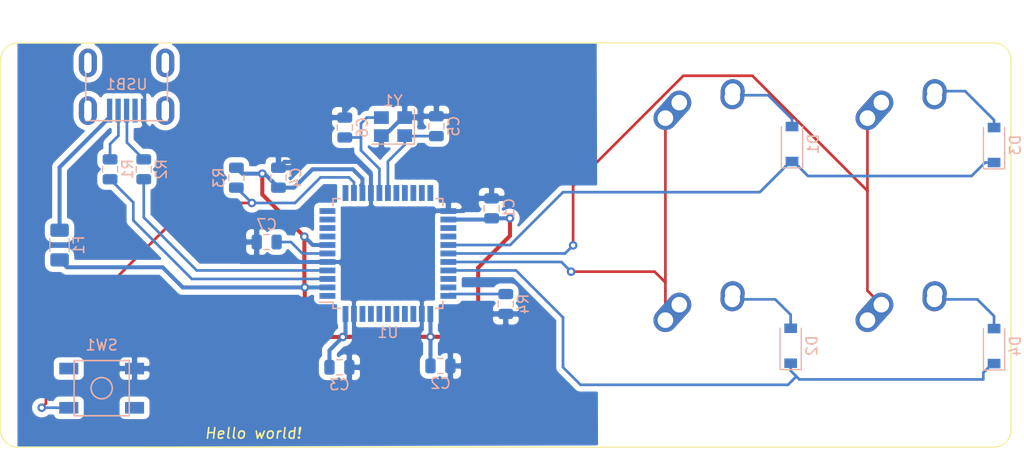
<source format=kicad_pcb>
(kicad_pcb (version 20171130) (host pcbnew "(5.1.4)-1")

  (general
    (thickness 1.6)
    (drawings 9)
    (tracks 240)
    (zones 0)
    (modules 24)
    (nets 45)
  )

  (page A4)
  (layers
    (0 F.Cu signal)
    (31 B.Cu signal)
    (32 B.Adhes user)
    (33 F.Adhes user)
    (34 B.Paste user)
    (35 F.Paste user)
    (36 B.SilkS user)
    (37 F.SilkS user)
    (38 B.Mask user)
    (39 F.Mask user)
    (40 Dwgs.User user)
    (41 Cmts.User user)
    (42 Eco1.User user)
    (43 Eco2.User user)
    (44 Edge.Cuts user)
    (45 Margin user)
    (46 B.CrtYd user)
    (47 F.CrtYd user)
    (48 B.Fab user)
    (49 F.Fab user)
  )

  (setup
    (last_trace_width 0.254)
    (trace_clearance 0.2)
    (zone_clearance 0.508)
    (zone_45_only no)
    (trace_min 0.2)
    (via_size 0.8)
    (via_drill 0.4)
    (via_min_size 0.4)
    (via_min_drill 0.3)
    (uvia_size 0.3)
    (uvia_drill 0.1)
    (uvias_allowed no)
    (uvia_min_size 0.2)
    (uvia_min_drill 0.1)
    (edge_width 0.05)
    (segment_width 0.2)
    (pcb_text_width 0.3)
    (pcb_text_size 1.5 1.5)
    (mod_edge_width 0.12)
    (mod_text_size 1 1)
    (mod_text_width 0.15)
    (pad_size 1.524 1.524)
    (pad_drill 0.762)
    (pad_to_mask_clearance 0.051)
    (solder_mask_min_width 0.25)
    (aux_axis_origin 0 0)
    (visible_elements 7FFFFFFF)
    (pcbplotparams
      (layerselection 0x010fc_ffffffff)
      (usegerberextensions false)
      (usegerberattributes false)
      (usegerberadvancedattributes false)
      (creategerberjobfile false)
      (excludeedgelayer true)
      (linewidth 0.100000)
      (plotframeref false)
      (viasonmask false)
      (mode 1)
      (useauxorigin false)
      (hpglpennumber 1)
      (hpglpenspeed 20)
      (hpglpendiameter 15.000000)
      (psnegative false)
      (psa4output false)
      (plotreference true)
      (plotvalue true)
      (plotinvisibletext false)
      (padsonsilk false)
      (subtractmaskfromsilk false)
      (outputformat 1)
      (mirror false)
      (drillshape 1)
      (scaleselection 1)
      (outputdirectory ""))
  )

  (net 0 "")
  (net 1 GND)
  (net 2 +5V)
  (net 3 "Net-(C5-Pad1)")
  (net 4 "Net-(C6-Pad1)")
  (net 5 "Net-(C7-Pad1)")
  (net 6 "Net-(D1-Pad2)")
  (net 7 ROW0)
  (net 8 "Net-(D2-Pad2)")
  (net 9 ROW1)
  (net 10 "Net-(D3-Pad2)")
  (net 11 "Net-(D4-Pad2)")
  (net 12 VCC)
  (net 13 COL0)
  (net 14 COL1)
  (net 15 D-)
  (net 16 "Net-(R1-Pad1)")
  (net 17 D+)
  (net 18 "Net-(R2-Pad1)")
  (net 19 "Net-(R3-Pad2)")
  (net 20 "Net-(R4-Pad2)")
  (net 21 "Net-(U1-Pad42)")
  (net 22 "Net-(U1-Pad41)")
  (net 23 "Net-(U1-Pad40)")
  (net 24 "Net-(U1-Pad39)")
  (net 25 "Net-(U1-Pad38)")
  (net 26 "Net-(U1-Pad37)")
  (net 27 "Net-(U1-Pad36)")
  (net 28 "Net-(U1-Pad32)")
  (net 29 "Net-(U1-Pad31)")
  (net 30 "Net-(U1-Pad26)")
  (net 31 "Net-(U1-Pad25)")
  (net 32 "Net-(U1-Pad22)")
  (net 33 "Net-(U1-Pad21)")
  (net 34 "Net-(U1-Pad20)")
  (net 35 "Net-(U1-Pad19)")
  (net 36 "Net-(U1-Pad18)")
  (net 37 "Net-(U1-Pad12)")
  (net 38 "Net-(U1-Pad11)")
  (net 39 "Net-(U1-Pad10)")
  (net 40 "Net-(U1-Pad9)")
  (net 41 "Net-(U1-Pad8)")
  (net 42 "Net-(U1-Pad1)")
  (net 43 "Net-(USB1-Pad6)")
  (net 44 "Net-(USB1-Pad2)")

  (net_class Default "This is the default net class."
    (clearance 0.2)
    (trace_width 0.254)
    (via_dia 0.8)
    (via_drill 0.4)
    (uvia_dia 0.3)
    (uvia_drill 0.1)
    (add_net COL0)
    (add_net COL1)
    (add_net D+)
    (add_net D-)
    (add_net "Net-(C5-Pad1)")
    (add_net "Net-(C6-Pad1)")
    (add_net "Net-(C7-Pad1)")
    (add_net "Net-(D1-Pad2)")
    (add_net "Net-(D2-Pad2)")
    (add_net "Net-(D3-Pad2)")
    (add_net "Net-(D4-Pad2)")
    (add_net "Net-(R1-Pad1)")
    (add_net "Net-(R2-Pad1)")
    (add_net "Net-(R3-Pad2)")
    (add_net "Net-(R4-Pad2)")
    (add_net "Net-(U1-Pad1)")
    (add_net "Net-(U1-Pad10)")
    (add_net "Net-(U1-Pad11)")
    (add_net "Net-(U1-Pad12)")
    (add_net "Net-(U1-Pad18)")
    (add_net "Net-(U1-Pad19)")
    (add_net "Net-(U1-Pad20)")
    (add_net "Net-(U1-Pad21)")
    (add_net "Net-(U1-Pad22)")
    (add_net "Net-(U1-Pad25)")
    (add_net "Net-(U1-Pad26)")
    (add_net "Net-(U1-Pad31)")
    (add_net "Net-(U1-Pad32)")
    (add_net "Net-(U1-Pad36)")
    (add_net "Net-(U1-Pad37)")
    (add_net "Net-(U1-Pad38)")
    (add_net "Net-(U1-Pad39)")
    (add_net "Net-(U1-Pad40)")
    (add_net "Net-(U1-Pad41)")
    (add_net "Net-(U1-Pad42)")
    (add_net "Net-(U1-Pad8)")
    (add_net "Net-(U1-Pad9)")
    (add_net "Net-(USB1-Pad2)")
    (add_net "Net-(USB1-Pad6)")
    (add_net ROW0)
    (add_net ROW1)
  )

  (net_class Power ""
    (clearance 0.2)
    (trace_width 0.381)
    (via_dia 0.8)
    (via_drill 0.4)
    (uvia_dia 0.3)
    (uvia_drill 0.1)
    (add_net +5V)
    (add_net GND)
    (add_net VCC)
  )

  (module Crystal:Crystal_SMD_3225-4Pin_3.2x2.5mm (layer B.Cu) (tedit 5A0FD1B2) (tstamp 6298E015)
    (at 187.8125 59.475 180)
    (descr "SMD Crystal SERIES SMD3225/4 http://www.txccrystal.com/images/pdf/7m-accuracy.pdf, 3.2x2.5mm^2 package")
    (tags "SMD SMT crystal")
    (path /6299659F)
    (attr smd)
    (fp_text reference Y1 (at 0 2.45) (layer B.SilkS)
      (effects (font (size 1 1) (thickness 0.15)) (justify mirror))
    )
    (fp_text value 16MHz (at 0 -2.45) (layer B.Fab)
      (effects (font (size 1 1) (thickness 0.15)) (justify mirror))
    )
    (fp_line (start 2.1 1.7) (end -2.1 1.7) (layer B.CrtYd) (width 0.05))
    (fp_line (start 2.1 -1.7) (end 2.1 1.7) (layer B.CrtYd) (width 0.05))
    (fp_line (start -2.1 -1.7) (end 2.1 -1.7) (layer B.CrtYd) (width 0.05))
    (fp_line (start -2.1 1.7) (end -2.1 -1.7) (layer B.CrtYd) (width 0.05))
    (fp_line (start -2 -1.65) (end 2 -1.65) (layer B.SilkS) (width 0.12))
    (fp_line (start -2 1.65) (end -2 -1.65) (layer B.SilkS) (width 0.12))
    (fp_line (start -1.6 -0.25) (end -0.6 -1.25) (layer B.Fab) (width 0.1))
    (fp_line (start 1.6 1.25) (end -1.6 1.25) (layer B.Fab) (width 0.1))
    (fp_line (start 1.6 -1.25) (end 1.6 1.25) (layer B.Fab) (width 0.1))
    (fp_line (start -1.6 -1.25) (end 1.6 -1.25) (layer B.Fab) (width 0.1))
    (fp_line (start -1.6 1.25) (end -1.6 -1.25) (layer B.Fab) (width 0.1))
    (fp_text user %R (at 0 0) (layer B.Fab)
      (effects (font (size 0.7 0.7) (thickness 0.105)) (justify mirror))
    )
    (pad 4 smd rect (at -1.1 0.85 180) (size 1.4 1.2) (layers B.Cu B.Paste B.Mask)
      (net 1 GND))
    (pad 3 smd rect (at 1.1 0.85 180) (size 1.4 1.2) (layers B.Cu B.Paste B.Mask)
      (net 4 "Net-(C6-Pad1)"))
    (pad 2 smd rect (at 1.1 -0.85 180) (size 1.4 1.2) (layers B.Cu B.Paste B.Mask)
      (net 1 GND))
    (pad 1 smd rect (at -1.1 -0.85 180) (size 1.4 1.2) (layers B.Cu B.Paste B.Mask)
      (net 3 "Net-(C5-Pad1)"))
    (model ${KISYS3DMOD}/Crystal.3dshapes/Crystal_SMD_3225-4Pin_3.2x2.5mm.wrl
      (at (xyz 0 0 0))
      (scale (xyz 1 1 1))
      (rotate (xyz 0 0 0))
    )
  )

  (module random-keyboard-parts:Molex-0548190589 (layer B.Cu) (tedit 5C494815) (tstamp 6298E001)
    (at 162.687 53.467 270)
    (path /6298A6D9)
    (attr smd)
    (fp_text reference USB1 (at 2.032 0 180) (layer B.SilkS)
      (effects (font (size 1 1) (thickness 0.15)) (justify mirror))
    )
    (fp_text value Molex-0548190589 (at -5.08 0 180) (layer Dwgs.User)
      (effects (font (size 1 1) (thickness 0.15)))
    )
    (fp_text user %R (at 2 0 180) (layer B.CrtYd)
      (effects (font (size 1 1) (thickness 0.15)) (justify mirror))
    )
    (fp_line (start 3.25 1.25) (end 5.5 1.25) (layer B.CrtYd) (width 0.15))
    (fp_line (start 5.5 0.5) (end 3.25 0.5) (layer B.CrtYd) (width 0.15))
    (fp_line (start 3.25 -0.5) (end 5.5 -0.5) (layer B.CrtYd) (width 0.15))
    (fp_line (start 5.5 -1.25) (end 3.25 -1.25) (layer B.CrtYd) (width 0.15))
    (fp_line (start 3.25 -2) (end 5.5 -2) (layer B.CrtYd) (width 0.15))
    (fp_line (start 3.25 2) (end 3.25 -2) (layer B.CrtYd) (width 0.15))
    (fp_line (start 5.5 2) (end 3.25 2) (layer B.CrtYd) (width 0.15))
    (fp_line (start -3.75 -3.75) (end -3.75 3.75) (layer B.CrtYd) (width 0.15))
    (fp_line (start 5.5 -3.75) (end -3.75 -3.75) (layer B.CrtYd) (width 0.15))
    (fp_line (start 5.5 3.75) (end 5.5 -3.75) (layer B.CrtYd) (width 0.15))
    (fp_line (start -3.75 3.75) (end 5.5 3.75) (layer B.CrtYd) (width 0.15))
    (fp_line (start 0 3.85) (end 5.45 3.85) (layer B.SilkS) (width 0.15))
    (fp_line (start 0 -3.85) (end 5.45 -3.85) (layer B.SilkS) (width 0.15))
    (fp_line (start 5.45 3.85) (end 5.45 -3.85) (layer B.SilkS) (width 0.15))
    (fp_line (start -3.75 3.85) (end 0 3.85) (layer Dwgs.User) (width 0.15))
    (fp_line (start -3.75 -3.85) (end 0 -3.85) (layer Dwgs.User) (width 0.15))
    (fp_line (start -1.75 4.572) (end -1.75 -4.572) (layer Dwgs.User) (width 0.15))
    (fp_line (start -3.75 3.85) (end -3.75 -3.85) (layer Dwgs.User) (width 0.15))
    (pad 6 thru_hole oval (at 0 3.65 270) (size 2.7 1.7) (drill oval 1.9 0.7) (layers *.Cu *.Mask)
      (net 43 "Net-(USB1-Pad6)"))
    (pad 6 thru_hole oval (at 0 -3.65 270) (size 2.7 1.7) (drill oval 1.9 0.7) (layers *.Cu *.Mask)
      (net 43 "Net-(USB1-Pad6)"))
    (pad 6 thru_hole oval (at 4.5 -3.65 270) (size 2.7 1.7) (drill oval 1.9 0.7) (layers *.Cu *.Mask)
      (net 43 "Net-(USB1-Pad6)"))
    (pad 6 thru_hole oval (at 4.5 3.65 270) (size 2.7 1.7) (drill oval 1.9 0.7) (layers *.Cu *.Mask)
      (net 43 "Net-(USB1-Pad6)"))
    (pad 5 smd rect (at 4.5 1.6 270) (size 2.25 0.5) (layers B.Cu B.Paste B.Mask)
      (net 12 VCC))
    (pad 4 smd rect (at 4.5 0.8 270) (size 2.25 0.5) (layers B.Cu B.Paste B.Mask)
      (net 15 D-))
    (pad 3 smd rect (at 4.5 0 270) (size 2.25 0.5) (layers B.Cu B.Paste B.Mask)
      (net 17 D+))
    (pad 2 smd rect (at 4.5 -0.8 270) (size 2.25 0.5) (layers B.Cu B.Paste B.Mask)
      (net 44 "Net-(USB1-Pad2)"))
    (pad 1 smd rect (at 4.5 -1.6 270) (size 2.25 0.5) (layers B.Cu B.Paste B.Mask)
      (net 1 GND))
  )

  (module Package_QFP:TQFP-44_10x10mm_P0.8mm (layer B.Cu) (tedit 5A02F146) (tstamp 6298E71A)
    (at 187.325 71.4375)
    (descr "44-Lead Plastic Thin Quad Flatpack (PT) - 10x10x1.0 mm Body [TQFP] (see Microchip Packaging Specification 00000049BS.pdf)")
    (tags "QFP 0.8")
    (path /62987884)
    (attr smd)
    (fp_text reference U1 (at 0 7.45) (layer B.SilkS)
      (effects (font (size 1 1) (thickness 0.15)) (justify mirror))
    )
    (fp_text value ATmega32U4-AU (at 0 -7.45) (layer B.Fab)
      (effects (font (size 1 1) (thickness 0.15)) (justify mirror))
    )
    (fp_line (start -5.175 4.6) (end -6.45 4.6) (layer B.SilkS) (width 0.15))
    (fp_line (start 5.175 5.175) (end 4.5 5.175) (layer B.SilkS) (width 0.15))
    (fp_line (start 5.175 -5.175) (end 4.5 -5.175) (layer B.SilkS) (width 0.15))
    (fp_line (start -5.175 -5.175) (end -4.5 -5.175) (layer B.SilkS) (width 0.15))
    (fp_line (start -5.175 5.175) (end -4.5 5.175) (layer B.SilkS) (width 0.15))
    (fp_line (start -5.175 -5.175) (end -5.175 -4.5) (layer B.SilkS) (width 0.15))
    (fp_line (start 5.175 -5.175) (end 5.175 -4.5) (layer B.SilkS) (width 0.15))
    (fp_line (start 5.175 5.175) (end 5.175 4.5) (layer B.SilkS) (width 0.15))
    (fp_line (start -5.175 5.175) (end -5.175 4.6) (layer B.SilkS) (width 0.15))
    (fp_line (start -6.7 -6.7) (end 6.7 -6.7) (layer B.CrtYd) (width 0.05))
    (fp_line (start -6.7 6.7) (end 6.7 6.7) (layer B.CrtYd) (width 0.05))
    (fp_line (start 6.7 6.7) (end 6.7 -6.7) (layer B.CrtYd) (width 0.05))
    (fp_line (start -6.7 6.7) (end -6.7 -6.7) (layer B.CrtYd) (width 0.05))
    (fp_line (start -5 4) (end -4 5) (layer B.Fab) (width 0.15))
    (fp_line (start -5 -5) (end -5 4) (layer B.Fab) (width 0.15))
    (fp_line (start 5 -5) (end -5 -5) (layer B.Fab) (width 0.15))
    (fp_line (start 5 5) (end 5 -5) (layer B.Fab) (width 0.15))
    (fp_line (start -4 5) (end 5 5) (layer B.Fab) (width 0.15))
    (fp_text user %R (at 0 0) (layer B.Fab)
      (effects (font (size 1 1) (thickness 0.15)) (justify mirror))
    )
    (pad 44 smd rect (at -4 5.7 270) (size 1.5 0.55) (layers B.Cu B.Paste B.Mask)
      (net 2 +5V))
    (pad 43 smd rect (at -3.2 5.7 270) (size 1.5 0.55) (layers B.Cu B.Paste B.Mask)
      (net 1 GND))
    (pad 42 smd rect (at -2.4 5.7 270) (size 1.5 0.55) (layers B.Cu B.Paste B.Mask)
      (net 21 "Net-(U1-Pad42)"))
    (pad 41 smd rect (at -1.6 5.7 270) (size 1.5 0.55) (layers B.Cu B.Paste B.Mask)
      (net 22 "Net-(U1-Pad41)"))
    (pad 40 smd rect (at -0.8 5.7 270) (size 1.5 0.55) (layers B.Cu B.Paste B.Mask)
      (net 23 "Net-(U1-Pad40)"))
    (pad 39 smd rect (at 0 5.7 270) (size 1.5 0.55) (layers B.Cu B.Paste B.Mask)
      (net 24 "Net-(U1-Pad39)"))
    (pad 38 smd rect (at 0.8 5.7 270) (size 1.5 0.55) (layers B.Cu B.Paste B.Mask)
      (net 25 "Net-(U1-Pad38)"))
    (pad 37 smd rect (at 1.6 5.7 270) (size 1.5 0.55) (layers B.Cu B.Paste B.Mask)
      (net 26 "Net-(U1-Pad37)"))
    (pad 36 smd rect (at 2.4 5.7 270) (size 1.5 0.55) (layers B.Cu B.Paste B.Mask)
      (net 27 "Net-(U1-Pad36)"))
    (pad 35 smd rect (at 3.2 5.7 270) (size 1.5 0.55) (layers B.Cu B.Paste B.Mask)
      (net 1 GND))
    (pad 34 smd rect (at 4 5.7 270) (size 1.5 0.55) (layers B.Cu B.Paste B.Mask)
      (net 2 +5V))
    (pad 33 smd rect (at 5.7 4) (size 1.5 0.55) (layers B.Cu B.Paste B.Mask)
      (net 20 "Net-(R4-Pad2)"))
    (pad 32 smd rect (at 5.7 3.2) (size 1.5 0.55) (layers B.Cu B.Paste B.Mask)
      (net 28 "Net-(U1-Pad32)"))
    (pad 31 smd rect (at 5.7 2.4) (size 1.5 0.55) (layers B.Cu B.Paste B.Mask)
      (net 29 "Net-(U1-Pad31)"))
    (pad 30 smd rect (at 5.7 1.6) (size 1.5 0.55) (layers B.Cu B.Paste B.Mask)
      (net 9 ROW1))
    (pad 29 smd rect (at 5.7 0.8) (size 1.5 0.55) (layers B.Cu B.Paste B.Mask)
      (net 13 COL0))
    (pad 28 smd rect (at 5.7 0) (size 1.5 0.55) (layers B.Cu B.Paste B.Mask)
      (net 14 COL1))
    (pad 27 smd rect (at 5.7 -0.8) (size 1.5 0.55) (layers B.Cu B.Paste B.Mask)
      (net 7 ROW0))
    (pad 26 smd rect (at 5.7 -1.6) (size 1.5 0.55) (layers B.Cu B.Paste B.Mask)
      (net 30 "Net-(U1-Pad26)"))
    (pad 25 smd rect (at 5.7 -2.4) (size 1.5 0.55) (layers B.Cu B.Paste B.Mask)
      (net 31 "Net-(U1-Pad25)"))
    (pad 24 smd rect (at 5.7 -3.2) (size 1.5 0.55) (layers B.Cu B.Paste B.Mask)
      (net 2 +5V))
    (pad 23 smd rect (at 5.7 -4) (size 1.5 0.55) (layers B.Cu B.Paste B.Mask)
      (net 1 GND))
    (pad 22 smd rect (at 4 -5.7 270) (size 1.5 0.55) (layers B.Cu B.Paste B.Mask)
      (net 32 "Net-(U1-Pad22)"))
    (pad 21 smd rect (at 3.2 -5.7 270) (size 1.5 0.55) (layers B.Cu B.Paste B.Mask)
      (net 33 "Net-(U1-Pad21)"))
    (pad 20 smd rect (at 2.4 -5.7 270) (size 1.5 0.55) (layers B.Cu B.Paste B.Mask)
      (net 34 "Net-(U1-Pad20)"))
    (pad 19 smd rect (at 1.6 -5.7 270) (size 1.5 0.55) (layers B.Cu B.Paste B.Mask)
      (net 35 "Net-(U1-Pad19)"))
    (pad 18 smd rect (at 0.8 -5.7 270) (size 1.5 0.55) (layers B.Cu B.Paste B.Mask)
      (net 36 "Net-(U1-Pad18)"))
    (pad 17 smd rect (at 0 -5.7 270) (size 1.5 0.55) (layers B.Cu B.Paste B.Mask)
      (net 3 "Net-(C5-Pad1)"))
    (pad 16 smd rect (at -0.8 -5.7 270) (size 1.5 0.55) (layers B.Cu B.Paste B.Mask)
      (net 4 "Net-(C6-Pad1)"))
    (pad 15 smd rect (at -1.6 -5.7 270) (size 1.5 0.55) (layers B.Cu B.Paste B.Mask)
      (net 1 GND))
    (pad 14 smd rect (at -2.4 -5.7 270) (size 1.5 0.55) (layers B.Cu B.Paste B.Mask)
      (net 2 +5V))
    (pad 13 smd rect (at -3.2 -5.7 270) (size 1.5 0.55) (layers B.Cu B.Paste B.Mask)
      (net 19 "Net-(R3-Pad2)"))
    (pad 12 smd rect (at -4 -5.7 270) (size 1.5 0.55) (layers B.Cu B.Paste B.Mask)
      (net 37 "Net-(U1-Pad12)"))
    (pad 11 smd rect (at -5.7 -4) (size 1.5 0.55) (layers B.Cu B.Paste B.Mask)
      (net 38 "Net-(U1-Pad11)"))
    (pad 10 smd rect (at -5.7 -3.2) (size 1.5 0.55) (layers B.Cu B.Paste B.Mask)
      (net 39 "Net-(U1-Pad10)"))
    (pad 9 smd rect (at -5.7 -2.4) (size 1.5 0.55) (layers B.Cu B.Paste B.Mask)
      (net 40 "Net-(U1-Pad9)"))
    (pad 8 smd rect (at -5.7 -1.6) (size 1.5 0.55) (layers B.Cu B.Paste B.Mask)
      (net 41 "Net-(U1-Pad8)"))
    (pad 7 smd rect (at -5.7 -0.8) (size 1.5 0.55) (layers B.Cu B.Paste B.Mask)
      (net 2 +5V))
    (pad 6 smd rect (at -5.7 0) (size 1.5 0.55) (layers B.Cu B.Paste B.Mask)
      (net 5 "Net-(C7-Pad1)"))
    (pad 5 smd rect (at -5.7 0.8) (size 1.5 0.55) (layers B.Cu B.Paste B.Mask)
      (net 1 GND))
    (pad 4 smd rect (at -5.7 1.6) (size 1.5 0.55) (layers B.Cu B.Paste B.Mask)
      (net 18 "Net-(R2-Pad1)"))
    (pad 3 smd rect (at -5.7 2.4) (size 1.5 0.55) (layers B.Cu B.Paste B.Mask)
      (net 16 "Net-(R1-Pad1)"))
    (pad 2 smd rect (at -5.7 3.2) (size 1.5 0.55) (layers B.Cu B.Paste B.Mask)
      (net 2 +5V))
    (pad 1 smd rect (at -5.7 4) (size 1.5 0.55) (layers B.Cu B.Paste B.Mask)
      (net 42 "Net-(U1-Pad1)"))
    (model ${KISYS3DMOD}/Package_QFP.3dshapes/TQFP-44_10x10mm_P0.8mm.wrl
      (at (xyz 0 0 0))
      (scale (xyz 1 1 1))
      (rotate (xyz 0 0 0))
    )
  )

  (module random-keyboard-parts:SKQG-1155865 (layer B.Cu) (tedit 5E62B398) (tstamp 6298DF9E)
    (at 160.3375 84.1375)
    (path /6299DCC7)
    (attr smd)
    (fp_text reference SW1 (at 0 -4.064) (layer B.SilkS)
      (effects (font (size 1 1) (thickness 0.15)) (justify mirror))
    )
    (fp_text value SW_Push (at 0 4.064) (layer B.Fab)
      (effects (font (size 1 1) (thickness 0.15)) (justify mirror))
    )
    (fp_line (start -2.6 2.6) (end 2.6 2.6) (layer B.SilkS) (width 0.15))
    (fp_line (start 2.6 2.6) (end 2.6 -2.6) (layer B.SilkS) (width 0.15))
    (fp_line (start 2.6 -2.6) (end -2.6 -2.6) (layer B.SilkS) (width 0.15))
    (fp_line (start -2.6 -2.6) (end -2.6 2.6) (layer B.SilkS) (width 0.15))
    (fp_circle (center 0 0) (end 1 0) (layer B.SilkS) (width 0.15))
    (fp_line (start -4.2 2.6) (end 4.2 2.6) (layer B.Fab) (width 0.15))
    (fp_line (start 4.2 2.6) (end 4.2 1.2) (layer B.Fab) (width 0.15))
    (fp_line (start 4.2 1.1) (end 2.6 1.1) (layer B.Fab) (width 0.15))
    (fp_line (start 2.6 1.1) (end 2.6 -1.1) (layer B.Fab) (width 0.15))
    (fp_line (start 2.6 -1.1) (end 4.2 -1.1) (layer B.Fab) (width 0.15))
    (fp_line (start 4.2 -1.1) (end 4.2 -2.6) (layer B.Fab) (width 0.15))
    (fp_line (start 4.2 -2.6) (end -4.2 -2.6) (layer B.Fab) (width 0.15))
    (fp_line (start -4.2 -2.6) (end -4.2 -1.1) (layer B.Fab) (width 0.15))
    (fp_line (start -4.2 -1.1) (end -2.6 -1.1) (layer B.Fab) (width 0.15))
    (fp_line (start -2.6 -1.1) (end -2.6 1.1) (layer B.Fab) (width 0.15))
    (fp_line (start -2.6 1.1) (end -4.2 1.1) (layer B.Fab) (width 0.15))
    (fp_line (start -4.2 1.1) (end -4.2 2.6) (layer B.Fab) (width 0.15))
    (fp_circle (center 0 0) (end 1 0) (layer B.Fab) (width 0.15))
    (fp_line (start -2.6 1.1) (end -1.1 2.6) (layer B.Fab) (width 0.15))
    (fp_line (start 2.6 1.1) (end 1.1 2.6) (layer B.Fab) (width 0.15))
    (fp_line (start 2.6 -1.1) (end 1.1 -2.6) (layer B.Fab) (width 0.15))
    (fp_line (start -2.6 -1.1) (end -1.1 -2.6) (layer B.Fab) (width 0.15))
    (pad 4 smd rect (at -3.1 -1.85) (size 1.8 1.1) (layers B.Cu B.Paste B.Mask))
    (pad 3 smd rect (at 3.1 1.85) (size 1.8 1.1) (layers B.Cu B.Paste B.Mask))
    (pad 2 smd rect (at -3.1 1.85) (size 1.8 1.1) (layers B.Cu B.Paste B.Mask)
      (net 19 "Net-(R3-Pad2)"))
    (pad 1 smd rect (at 3.1 -1.85) (size 1.8 1.1) (layers B.Cu B.Paste B.Mask)
      (net 1 GND))
    (model ${KISYS3DMOD}/Button_Switch_SMD.3dshapes/SW_SPST_TL3342.step
      (at (xyz 0 0 0))
      (scale (xyz 1 1 1))
      (rotate (xyz 0 0 0))
    )
  )

  (module Resistor_SMD:R_0805_2012Metric (layer B.Cu) (tedit 5B36C52B) (tstamp 6298DF80)
    (at 198.4375 76.2 90)
    (descr "Resistor SMD 0805 (2012 Metric), square (rectangular) end terminal, IPC_7351 nominal, (Body size source: https://docs.google.com/spreadsheets/d/1BsfQQcO9C6DZCsRaXUlFlo91Tg2WpOkGARC1WS5S8t0/edit?usp=sharing), generated with kicad-footprint-generator")
    (tags resistor)
    (path /629890DE)
    (attr smd)
    (fp_text reference R4 (at 0 1.65 90) (layer B.SilkS)
      (effects (font (size 1 1) (thickness 0.15)) (justify mirror))
    )
    (fp_text value 10k (at 0 -1.65 90) (layer B.Fab)
      (effects (font (size 1 1) (thickness 0.15)) (justify mirror))
    )
    (fp_text user %R (at 0 0 90) (layer B.Fab)
      (effects (font (size 0.5 0.5) (thickness 0.08)) (justify mirror))
    )
    (fp_line (start 1.68 -0.95) (end -1.68 -0.95) (layer B.CrtYd) (width 0.05))
    (fp_line (start 1.68 0.95) (end 1.68 -0.95) (layer B.CrtYd) (width 0.05))
    (fp_line (start -1.68 0.95) (end 1.68 0.95) (layer B.CrtYd) (width 0.05))
    (fp_line (start -1.68 -0.95) (end -1.68 0.95) (layer B.CrtYd) (width 0.05))
    (fp_line (start -0.258578 -0.71) (end 0.258578 -0.71) (layer B.SilkS) (width 0.12))
    (fp_line (start -0.258578 0.71) (end 0.258578 0.71) (layer B.SilkS) (width 0.12))
    (fp_line (start 1 -0.6) (end -1 -0.6) (layer B.Fab) (width 0.1))
    (fp_line (start 1 0.6) (end 1 -0.6) (layer B.Fab) (width 0.1))
    (fp_line (start -1 0.6) (end 1 0.6) (layer B.Fab) (width 0.1))
    (fp_line (start -1 -0.6) (end -1 0.6) (layer B.Fab) (width 0.1))
    (pad 2 smd roundrect (at 0.9375 0 90) (size 0.975 1.4) (layers B.Cu B.Paste B.Mask) (roundrect_rratio 0.25)
      (net 20 "Net-(R4-Pad2)"))
    (pad 1 smd roundrect (at -0.9375 0 90) (size 0.975 1.4) (layers B.Cu B.Paste B.Mask) (roundrect_rratio 0.25)
      (net 1 GND))
    (model ${KISYS3DMOD}/Resistor_SMD.3dshapes/R_0805_2012Metric.wrl
      (at (xyz 0 0 0))
      (scale (xyz 1 1 1))
      (rotate (xyz 0 0 0))
    )
  )

  (module Resistor_SMD:R_0805_2012Metric (layer B.Cu) (tedit 5B36C52B) (tstamp 6298DF6F)
    (at 173.0375 64.29375 270)
    (descr "Resistor SMD 0805 (2012 Metric), square (rectangular) end terminal, IPC_7351 nominal, (Body size source: https://docs.google.com/spreadsheets/d/1BsfQQcO9C6DZCsRaXUlFlo91Tg2WpOkGARC1WS5S8t0/edit?usp=sharing), generated with kicad-footprint-generator")
    (tags resistor)
    (path /629A0601)
    (attr smd)
    (fp_text reference R3 (at 0 1.65 90) (layer B.SilkS)
      (effects (font (size 1 1) (thickness 0.15)) (justify mirror))
    )
    (fp_text value 10k (at 0 -1.65 90) (layer B.Fab)
      (effects (font (size 1 1) (thickness 0.15)) (justify mirror))
    )
    (fp_text user %R (at 0 0 90) (layer B.Fab)
      (effects (font (size 0.5 0.5) (thickness 0.08)) (justify mirror))
    )
    (fp_line (start 1.68 -0.95) (end -1.68 -0.95) (layer B.CrtYd) (width 0.05))
    (fp_line (start 1.68 0.95) (end 1.68 -0.95) (layer B.CrtYd) (width 0.05))
    (fp_line (start -1.68 0.95) (end 1.68 0.95) (layer B.CrtYd) (width 0.05))
    (fp_line (start -1.68 -0.95) (end -1.68 0.95) (layer B.CrtYd) (width 0.05))
    (fp_line (start -0.258578 -0.71) (end 0.258578 -0.71) (layer B.SilkS) (width 0.12))
    (fp_line (start -0.258578 0.71) (end 0.258578 0.71) (layer B.SilkS) (width 0.12))
    (fp_line (start 1 -0.6) (end -1 -0.6) (layer B.Fab) (width 0.1))
    (fp_line (start 1 0.6) (end 1 -0.6) (layer B.Fab) (width 0.1))
    (fp_line (start -1 0.6) (end 1 0.6) (layer B.Fab) (width 0.1))
    (fp_line (start -1 -0.6) (end -1 0.6) (layer B.Fab) (width 0.1))
    (pad 2 smd roundrect (at 0.9375 0 270) (size 0.975 1.4) (layers B.Cu B.Paste B.Mask) (roundrect_rratio 0.25)
      (net 19 "Net-(R3-Pad2)"))
    (pad 1 smd roundrect (at -0.9375 0 270) (size 0.975 1.4) (layers B.Cu B.Paste B.Mask) (roundrect_rratio 0.25)
      (net 2 +5V))
    (model ${KISYS3DMOD}/Resistor_SMD.3dshapes/R_0805_2012Metric.wrl
      (at (xyz 0 0 0))
      (scale (xyz 1 1 1))
      (rotate (xyz 0 0 0))
    )
  )

  (module Resistor_SMD:R_0805_2012Metric (layer B.Cu) (tedit 5B36C52B) (tstamp 6298DF5E)
    (at 164.30625 63.5 90)
    (descr "Resistor SMD 0805 (2012 Metric), square (rectangular) end terminal, IPC_7351 nominal, (Body size source: https://docs.google.com/spreadsheets/d/1BsfQQcO9C6DZCsRaXUlFlo91Tg2WpOkGARC1WS5S8t0/edit?usp=sharing), generated with kicad-footprint-generator")
    (tags resistor)
    (path /6298A1AC)
    (attr smd)
    (fp_text reference R2 (at 0 1.65 90) (layer B.SilkS)
      (effects (font (size 1 1) (thickness 0.15)) (justify mirror))
    )
    (fp_text value 22 (at 0 -1.65 90) (layer B.Fab)
      (effects (font (size 1 1) (thickness 0.15)) (justify mirror))
    )
    (fp_text user %R (at 0 0 90) (layer B.Fab)
      (effects (font (size 0.5 0.5) (thickness 0.08)) (justify mirror))
    )
    (fp_line (start 1.68 -0.95) (end -1.68 -0.95) (layer B.CrtYd) (width 0.05))
    (fp_line (start 1.68 0.95) (end 1.68 -0.95) (layer B.CrtYd) (width 0.05))
    (fp_line (start -1.68 0.95) (end 1.68 0.95) (layer B.CrtYd) (width 0.05))
    (fp_line (start -1.68 -0.95) (end -1.68 0.95) (layer B.CrtYd) (width 0.05))
    (fp_line (start -0.258578 -0.71) (end 0.258578 -0.71) (layer B.SilkS) (width 0.12))
    (fp_line (start -0.258578 0.71) (end 0.258578 0.71) (layer B.SilkS) (width 0.12))
    (fp_line (start 1 -0.6) (end -1 -0.6) (layer B.Fab) (width 0.1))
    (fp_line (start 1 0.6) (end 1 -0.6) (layer B.Fab) (width 0.1))
    (fp_line (start -1 0.6) (end 1 0.6) (layer B.Fab) (width 0.1))
    (fp_line (start -1 -0.6) (end -1 0.6) (layer B.Fab) (width 0.1))
    (pad 2 smd roundrect (at 0.9375 0 90) (size 0.975 1.4) (layers B.Cu B.Paste B.Mask) (roundrect_rratio 0.25)
      (net 17 D+))
    (pad 1 smd roundrect (at -0.9375 0 90) (size 0.975 1.4) (layers B.Cu B.Paste B.Mask) (roundrect_rratio 0.25)
      (net 18 "Net-(R2-Pad1)"))
    (model ${KISYS3DMOD}/Resistor_SMD.3dshapes/R_0805_2012Metric.wrl
      (at (xyz 0 0 0))
      (scale (xyz 1 1 1))
      (rotate (xyz 0 0 0))
    )
  )

  (module Resistor_SMD:R_0805_2012Metric (layer B.Cu) (tedit 5B36C52B) (tstamp 6298DF4D)
    (at 161.13125 63.5 90)
    (descr "Resistor SMD 0805 (2012 Metric), square (rectangular) end terminal, IPC_7351 nominal, (Body size source: https://docs.google.com/spreadsheets/d/1BsfQQcO9C6DZCsRaXUlFlo91Tg2WpOkGARC1WS5S8t0/edit?usp=sharing), generated with kicad-footprint-generator")
    (tags resistor)
    (path /6298AA38)
    (attr smd)
    (fp_text reference R1 (at 0 1.65 270) (layer B.SilkS)
      (effects (font (size 1 1) (thickness 0.15)) (justify mirror))
    )
    (fp_text value 22 (at 0 -1.65 270) (layer B.Fab)
      (effects (font (size 1 1) (thickness 0.15)) (justify mirror))
    )
    (fp_text user %R (at 0 0 270) (layer B.Fab)
      (effects (font (size 0.5 0.5) (thickness 0.08)) (justify mirror))
    )
    (fp_line (start 1.68 -0.95) (end -1.68 -0.95) (layer B.CrtYd) (width 0.05))
    (fp_line (start 1.68 0.95) (end 1.68 -0.95) (layer B.CrtYd) (width 0.05))
    (fp_line (start -1.68 0.95) (end 1.68 0.95) (layer B.CrtYd) (width 0.05))
    (fp_line (start -1.68 -0.95) (end -1.68 0.95) (layer B.CrtYd) (width 0.05))
    (fp_line (start -0.258578 -0.71) (end 0.258578 -0.71) (layer B.SilkS) (width 0.12))
    (fp_line (start -0.258578 0.71) (end 0.258578 0.71) (layer B.SilkS) (width 0.12))
    (fp_line (start 1 -0.6) (end -1 -0.6) (layer B.Fab) (width 0.1))
    (fp_line (start 1 0.6) (end 1 -0.6) (layer B.Fab) (width 0.1))
    (fp_line (start -1 0.6) (end 1 0.6) (layer B.Fab) (width 0.1))
    (fp_line (start -1 -0.6) (end -1 0.6) (layer B.Fab) (width 0.1))
    (pad 2 smd roundrect (at 0.9375 0 90) (size 0.975 1.4) (layers B.Cu B.Paste B.Mask) (roundrect_rratio 0.25)
      (net 15 D-))
    (pad 1 smd roundrect (at -0.9375 0 90) (size 0.975 1.4) (layers B.Cu B.Paste B.Mask) (roundrect_rratio 0.25)
      (net 16 "Net-(R1-Pad1)"))
    (model ${KISYS3DMOD}/Resistor_SMD.3dshapes/R_0805_2012Metric.wrl
      (at (xyz 0 0 0))
      (scale (xyz 1 1 1))
      (rotate (xyz 0 0 0))
    )
  )

  (module MX_Alps_Hybrid:MX-1U-NoLED (layer F.Cu) (tedit 5A9F5203) (tstamp 6298DF3C)
    (at 236.347 80.264)
    (path /6299DCFF)
    (fp_text reference MX4 (at 0 3.175) (layer Dwgs.User)
      (effects (font (size 1 1) (thickness 0.15)))
    )
    (fp_text value MX-NoLED (at 0 -7.9375) (layer Dwgs.User)
      (effects (font (size 1 1) (thickness 0.15)))
    )
    (fp_line (start -9.525 9.525) (end -9.525 -9.525) (layer Dwgs.User) (width 0.15))
    (fp_line (start 9.525 9.525) (end -9.525 9.525) (layer Dwgs.User) (width 0.15))
    (fp_line (start 9.525 -9.525) (end 9.525 9.525) (layer Dwgs.User) (width 0.15))
    (fp_line (start -9.525 -9.525) (end 9.525 -9.525) (layer Dwgs.User) (width 0.15))
    (fp_line (start -7 -7) (end -7 -5) (layer Dwgs.User) (width 0.15))
    (fp_line (start -5 -7) (end -7 -7) (layer Dwgs.User) (width 0.15))
    (fp_line (start -7 7) (end -5 7) (layer Dwgs.User) (width 0.15))
    (fp_line (start -7 5) (end -7 7) (layer Dwgs.User) (width 0.15))
    (fp_line (start 7 7) (end 7 5) (layer Dwgs.User) (width 0.15))
    (fp_line (start 5 7) (end 7 7) (layer Dwgs.User) (width 0.15))
    (fp_line (start 7 -7) (end 7 -5) (layer Dwgs.User) (width 0.15))
    (fp_line (start 5 -7) (end 7 -7) (layer Dwgs.User) (width 0.15))
    (pad "" np_thru_hole circle (at 5.08 0 48.0996) (size 1.75 1.75) (drill 1.75) (layers *.Cu *.Mask))
    (pad "" np_thru_hole circle (at -5.08 0 48.0996) (size 1.75 1.75) (drill 1.75) (layers *.Cu *.Mask))
    (pad 1 thru_hole circle (at -2.5 -4) (size 2.25 2.25) (drill 1.47) (layers *.Cu B.Mask)
      (net 14 COL1))
    (pad "" np_thru_hole circle (at 0 0) (size 3.9878 3.9878) (drill 3.9878) (layers *.Cu *.Mask))
    (pad 1 thru_hole oval (at -3.81 -2.54 48.0996) (size 4.211556 2.25) (drill 1.47 (offset 0.980778 0)) (layers *.Cu B.Mask)
      (net 14 COL1))
    (pad 2 thru_hole circle (at 2.54 -5.08) (size 2.25 2.25) (drill 1.47) (layers *.Cu B.Mask)
      (net 11 "Net-(D4-Pad2)"))
    (pad 2 thru_hole oval (at 2.5 -4.5 86.0548) (size 2.831378 2.25) (drill 1.47 (offset 0.290689 0)) (layers *.Cu B.Mask)
      (net 11 "Net-(D4-Pad2)"))
  )

  (module MX_Alps_Hybrid:MX-1U-NoLED (layer F.Cu) (tedit 5A9F5203) (tstamp 6298E344)
    (at 236.347 61.214)
    (path /6299B04A)
    (fp_text reference MX3 (at 0 3.175) (layer Dwgs.User)
      (effects (font (size 1 1) (thickness 0.15)))
    )
    (fp_text value MX-NoLED (at 0 -7.9375) (layer Dwgs.User)
      (effects (font (size 1 1) (thickness 0.15)))
    )
    (fp_line (start -9.525 9.525) (end -9.525 -9.525) (layer Dwgs.User) (width 0.15))
    (fp_line (start 9.525 9.525) (end -9.525 9.525) (layer Dwgs.User) (width 0.15))
    (fp_line (start 9.525 -9.525) (end 9.525 9.525) (layer Dwgs.User) (width 0.15))
    (fp_line (start -9.525 -9.525) (end 9.525 -9.525) (layer Dwgs.User) (width 0.15))
    (fp_line (start -7 -7) (end -7 -5) (layer Dwgs.User) (width 0.15))
    (fp_line (start -5 -7) (end -7 -7) (layer Dwgs.User) (width 0.15))
    (fp_line (start -7 7) (end -5 7) (layer Dwgs.User) (width 0.15))
    (fp_line (start -7 5) (end -7 7) (layer Dwgs.User) (width 0.15))
    (fp_line (start 7 7) (end 7 5) (layer Dwgs.User) (width 0.15))
    (fp_line (start 5 7) (end 7 7) (layer Dwgs.User) (width 0.15))
    (fp_line (start 7 -7) (end 7 -5) (layer Dwgs.User) (width 0.15))
    (fp_line (start 5 -7) (end 7 -7) (layer Dwgs.User) (width 0.15))
    (pad "" np_thru_hole circle (at 5.08 0 48.0996) (size 1.75 1.75) (drill 1.75) (layers *.Cu *.Mask))
    (pad "" np_thru_hole circle (at -5.08 0 48.0996) (size 1.75 1.75) (drill 1.75) (layers *.Cu *.Mask))
    (pad 1 thru_hole circle (at -2.5 -4) (size 2.25 2.25) (drill 1.47) (layers *.Cu B.Mask)
      (net 14 COL1))
    (pad "" np_thru_hole circle (at 0 0) (size 3.9878 3.9878) (drill 3.9878) (layers *.Cu *.Mask))
    (pad 1 thru_hole oval (at -3.81 -2.54 48.0996) (size 4.211556 2.25) (drill 1.47 (offset 0.980778 0)) (layers *.Cu B.Mask)
      (net 14 COL1))
    (pad 2 thru_hole circle (at 2.54 -5.08) (size 2.25 2.25) (drill 1.47) (layers *.Cu B.Mask)
      (net 10 "Net-(D3-Pad2)"))
    (pad 2 thru_hole oval (at 2.5 -4.5 86.0548) (size 2.831378 2.25) (drill 1.47 (offset 0.290689 0)) (layers *.Cu B.Mask)
      (net 10 "Net-(D3-Pad2)"))
  )

  (module MX_Alps_Hybrid:MX-1U-NoLED (layer F.Cu) (tedit 5A9F5203) (tstamp 6298DF0E)
    (at 217.297 80.264)
    (path /6299CDA8)
    (fp_text reference MX2 (at 0 3.175) (layer Dwgs.User)
      (effects (font (size 1 1) (thickness 0.15)))
    )
    (fp_text value MX-NoLED (at 0 -7.9375) (layer Dwgs.User)
      (effects (font (size 1 1) (thickness 0.15)))
    )
    (fp_line (start -9.525 9.525) (end -9.525 -9.525) (layer Dwgs.User) (width 0.15))
    (fp_line (start 9.525 9.525) (end -9.525 9.525) (layer Dwgs.User) (width 0.15))
    (fp_line (start 9.525 -9.525) (end 9.525 9.525) (layer Dwgs.User) (width 0.15))
    (fp_line (start -9.525 -9.525) (end 9.525 -9.525) (layer Dwgs.User) (width 0.15))
    (fp_line (start -7 -7) (end -7 -5) (layer Dwgs.User) (width 0.15))
    (fp_line (start -5 -7) (end -7 -7) (layer Dwgs.User) (width 0.15))
    (fp_line (start -7 7) (end -5 7) (layer Dwgs.User) (width 0.15))
    (fp_line (start -7 5) (end -7 7) (layer Dwgs.User) (width 0.15))
    (fp_line (start 7 7) (end 7 5) (layer Dwgs.User) (width 0.15))
    (fp_line (start 5 7) (end 7 7) (layer Dwgs.User) (width 0.15))
    (fp_line (start 7 -7) (end 7 -5) (layer Dwgs.User) (width 0.15))
    (fp_line (start 5 -7) (end 7 -7) (layer Dwgs.User) (width 0.15))
    (pad "" np_thru_hole circle (at 5.08 0 48.0996) (size 1.75 1.75) (drill 1.75) (layers *.Cu *.Mask))
    (pad "" np_thru_hole circle (at -5.08 0 48.0996) (size 1.75 1.75) (drill 1.75) (layers *.Cu *.Mask))
    (pad 1 thru_hole circle (at -2.5 -4) (size 2.25 2.25) (drill 1.47) (layers *.Cu B.Mask)
      (net 13 COL0))
    (pad "" np_thru_hole circle (at 0 0) (size 3.9878 3.9878) (drill 3.9878) (layers *.Cu *.Mask))
    (pad 1 thru_hole oval (at -3.81 -2.54 48.0996) (size 4.211556 2.25) (drill 1.47 (offset 0.980778 0)) (layers *.Cu B.Mask)
      (net 13 COL0))
    (pad 2 thru_hole circle (at 2.54 -5.08) (size 2.25 2.25) (drill 1.47) (layers *.Cu B.Mask)
      (net 8 "Net-(D2-Pad2)"))
    (pad 2 thru_hole oval (at 2.5 -4.5 86.0548) (size 2.831378 2.25) (drill 1.47 (offset 0.290689 0)) (layers *.Cu B.Mask)
      (net 8 "Net-(D2-Pad2)"))
  )

  (module MX_Alps_Hybrid:MX-1U-NoLED (layer F.Cu) (tedit 5A9F5203) (tstamp 6298DEF7)
    (at 217.297 61.214)
    (path /629955A8)
    (fp_text reference MX1 (at 0 3.175) (layer Dwgs.User)
      (effects (font (size 1 1) (thickness 0.15)))
    )
    (fp_text value MX-NoLED (at 0 -7.9375) (layer Dwgs.User)
      (effects (font (size 1 1) (thickness 0.15)))
    )
    (fp_line (start -9.525 9.525) (end -9.525 -9.525) (layer Dwgs.User) (width 0.15))
    (fp_line (start 9.525 9.525) (end -9.525 9.525) (layer Dwgs.User) (width 0.15))
    (fp_line (start 9.525 -9.525) (end 9.525 9.525) (layer Dwgs.User) (width 0.15))
    (fp_line (start -9.525 -9.525) (end 9.525 -9.525) (layer Dwgs.User) (width 0.15))
    (fp_line (start -7 -7) (end -7 -5) (layer Dwgs.User) (width 0.15))
    (fp_line (start -5 -7) (end -7 -7) (layer Dwgs.User) (width 0.15))
    (fp_line (start -7 7) (end -5 7) (layer Dwgs.User) (width 0.15))
    (fp_line (start -7 5) (end -7 7) (layer Dwgs.User) (width 0.15))
    (fp_line (start 7 7) (end 7 5) (layer Dwgs.User) (width 0.15))
    (fp_line (start 5 7) (end 7 7) (layer Dwgs.User) (width 0.15))
    (fp_line (start 7 -7) (end 7 -5) (layer Dwgs.User) (width 0.15))
    (fp_line (start 5 -7) (end 7 -7) (layer Dwgs.User) (width 0.15))
    (pad "" np_thru_hole circle (at 5.08 0 48.0996) (size 1.75 1.75) (drill 1.75) (layers *.Cu *.Mask))
    (pad "" np_thru_hole circle (at -5.08 0 48.0996) (size 1.75 1.75) (drill 1.75) (layers *.Cu *.Mask))
    (pad 1 thru_hole circle (at -2.5 -4) (size 2.25 2.25) (drill 1.47) (layers *.Cu B.Mask)
      (net 13 COL0))
    (pad "" np_thru_hole circle (at 0 0) (size 3.9878 3.9878) (drill 3.9878) (layers *.Cu *.Mask))
    (pad 1 thru_hole oval (at -3.81 -2.54 48.0996) (size 4.211556 2.25) (drill 1.47 (offset 0.980778 0)) (layers *.Cu B.Mask)
      (net 13 COL0))
    (pad 2 thru_hole circle (at 2.54 -5.08) (size 2.25 2.25) (drill 1.47) (layers *.Cu B.Mask)
      (net 6 "Net-(D1-Pad2)"))
    (pad 2 thru_hole oval (at 2.5 -4.5 86.0548) (size 2.831378 2.25) (drill 1.47 (offset 0.290689 0)) (layers *.Cu B.Mask)
      (net 6 "Net-(D1-Pad2)"))
  )

  (module Fuse:Fuse_1206_3216Metric (layer B.Cu) (tedit 5B301BBE) (tstamp 6298DEE0)
    (at 156.36875 70.64375 90)
    (descr "Fuse SMD 1206 (3216 Metric), square (rectangular) end terminal, IPC_7351 nominal, (Body size source: http://www.tortai-tech.com/upload/download/2011102023233369053.pdf), generated with kicad-footprint-generator")
    (tags resistor)
    (path /6298B459)
    (attr smd)
    (fp_text reference F1 (at 0 1.82 90) (layer B.SilkS)
      (effects (font (size 1 1) (thickness 0.15)) (justify mirror))
    )
    (fp_text value 500mA (at 0 -1.82 90) (layer B.Fab)
      (effects (font (size 1 1) (thickness 0.15)) (justify mirror))
    )
    (fp_text user %R (at 0 0 90) (layer B.Fab)
      (effects (font (size 0.8 0.8) (thickness 0.12)) (justify mirror))
    )
    (fp_line (start 2.28 -1.12) (end -2.28 -1.12) (layer B.CrtYd) (width 0.05))
    (fp_line (start 2.28 1.12) (end 2.28 -1.12) (layer B.CrtYd) (width 0.05))
    (fp_line (start -2.28 1.12) (end 2.28 1.12) (layer B.CrtYd) (width 0.05))
    (fp_line (start -2.28 -1.12) (end -2.28 1.12) (layer B.CrtYd) (width 0.05))
    (fp_line (start -0.602064 -0.91) (end 0.602064 -0.91) (layer B.SilkS) (width 0.12))
    (fp_line (start -0.602064 0.91) (end 0.602064 0.91) (layer B.SilkS) (width 0.12))
    (fp_line (start 1.6 -0.8) (end -1.6 -0.8) (layer B.Fab) (width 0.1))
    (fp_line (start 1.6 0.8) (end 1.6 -0.8) (layer B.Fab) (width 0.1))
    (fp_line (start -1.6 0.8) (end 1.6 0.8) (layer B.Fab) (width 0.1))
    (fp_line (start -1.6 -0.8) (end -1.6 0.8) (layer B.Fab) (width 0.1))
    (pad 2 smd roundrect (at 1.4 0 90) (size 1.25 1.75) (layers B.Cu B.Paste B.Mask) (roundrect_rratio 0.2)
      (net 12 VCC))
    (pad 1 smd roundrect (at -1.4 0 90) (size 1.25 1.75) (layers B.Cu B.Paste B.Mask) (roundrect_rratio 0.2)
      (net 2 +5V))
    (model ${KISYS3DMOD}/Fuse.3dshapes/Fuse_1206_3216Metric.wrl
      (at (xyz 0 0 0))
      (scale (xyz 1 1 1))
      (rotate (xyz 0 0 0))
    )
  )

  (module Diode_SMD:D_SOD-123 (layer B.Cu) (tedit 58645DC7) (tstamp 6298DECF)
    (at 244.475 80.16875 90)
    (descr SOD-123)
    (tags SOD-123)
    (path /6299E2E1)
    (attr smd)
    (fp_text reference D4 (at 0 2 270) (layer B.SilkS)
      (effects (font (size 1 1) (thickness 0.15)) (justify mirror))
    )
    (fp_text value SOD-123 (at 0 -2.1 270) (layer B.Fab)
      (effects (font (size 1 1) (thickness 0.15)) (justify mirror))
    )
    (fp_text user %R (at 0 2 270) (layer B.Fab)
      (effects (font (size 1 1) (thickness 0.15)) (justify mirror))
    )
    (fp_line (start -2.25 1) (end -2.25 -1) (layer B.SilkS) (width 0.12))
    (fp_line (start 0.25 0) (end 0.75 0) (layer B.Fab) (width 0.1))
    (fp_line (start 0.25 -0.4) (end -0.35 0) (layer B.Fab) (width 0.1))
    (fp_line (start 0.25 0.4) (end 0.25 -0.4) (layer B.Fab) (width 0.1))
    (fp_line (start -0.35 0) (end 0.25 0.4) (layer B.Fab) (width 0.1))
    (fp_line (start -0.35 0) (end -0.35 -0.55) (layer B.Fab) (width 0.1))
    (fp_line (start -0.35 0) (end -0.35 0.55) (layer B.Fab) (width 0.1))
    (fp_line (start -0.75 0) (end -0.35 0) (layer B.Fab) (width 0.1))
    (fp_line (start -1.4 -0.9) (end -1.4 0.9) (layer B.Fab) (width 0.1))
    (fp_line (start 1.4 -0.9) (end -1.4 -0.9) (layer B.Fab) (width 0.1))
    (fp_line (start 1.4 0.9) (end 1.4 -0.9) (layer B.Fab) (width 0.1))
    (fp_line (start -1.4 0.9) (end 1.4 0.9) (layer B.Fab) (width 0.1))
    (fp_line (start -2.35 1.15) (end 2.35 1.15) (layer B.CrtYd) (width 0.05))
    (fp_line (start 2.35 1.15) (end 2.35 -1.15) (layer B.CrtYd) (width 0.05))
    (fp_line (start 2.35 -1.15) (end -2.35 -1.15) (layer B.CrtYd) (width 0.05))
    (fp_line (start -2.35 1.15) (end -2.35 -1.15) (layer B.CrtYd) (width 0.05))
    (fp_line (start -2.25 -1) (end 1.65 -1) (layer B.SilkS) (width 0.12))
    (fp_line (start -2.25 1) (end 1.65 1) (layer B.SilkS) (width 0.12))
    (pad 1 smd rect (at -1.65 0 90) (size 0.9 1.2) (layers B.Cu B.Paste B.Mask)
      (net 9 ROW1))
    (pad 2 smd rect (at 1.65 0 90) (size 0.9 1.2) (layers B.Cu B.Paste B.Mask)
      (net 11 "Net-(D4-Pad2)"))
    (model ${KISYS3DMOD}/Diode_SMD.3dshapes/D_SOD-123.wrl
      (at (xyz 0 0 0))
      (scale (xyz 1 1 1))
      (rotate (xyz 0 0 0))
    )
  )

  (module Diode_SMD:D_SOD-123 (layer B.Cu) (tedit 58645DC7) (tstamp 6298DEB6)
    (at 244.475 61.214 90)
    (descr SOD-123)
    (tags SOD-123)
    (path /6299B582)
    (attr smd)
    (fp_text reference D3 (at 0 2 270) (layer B.SilkS)
      (effects (font (size 1 1) (thickness 0.15)) (justify mirror))
    )
    (fp_text value SOD-123 (at 0 -2.1 270) (layer B.Fab)
      (effects (font (size 1 1) (thickness 0.15)) (justify mirror))
    )
    (fp_text user %R (at 0 2 270) (layer B.Fab)
      (effects (font (size 1 1) (thickness 0.15)) (justify mirror))
    )
    (fp_line (start -2.25 1) (end -2.25 -1) (layer B.SilkS) (width 0.12))
    (fp_line (start 0.25 0) (end 0.75 0) (layer B.Fab) (width 0.1))
    (fp_line (start 0.25 -0.4) (end -0.35 0) (layer B.Fab) (width 0.1))
    (fp_line (start 0.25 0.4) (end 0.25 -0.4) (layer B.Fab) (width 0.1))
    (fp_line (start -0.35 0) (end 0.25 0.4) (layer B.Fab) (width 0.1))
    (fp_line (start -0.35 0) (end -0.35 -0.55) (layer B.Fab) (width 0.1))
    (fp_line (start -0.35 0) (end -0.35 0.55) (layer B.Fab) (width 0.1))
    (fp_line (start -0.75 0) (end -0.35 0) (layer B.Fab) (width 0.1))
    (fp_line (start -1.4 -0.9) (end -1.4 0.9) (layer B.Fab) (width 0.1))
    (fp_line (start 1.4 -0.9) (end -1.4 -0.9) (layer B.Fab) (width 0.1))
    (fp_line (start 1.4 0.9) (end 1.4 -0.9) (layer B.Fab) (width 0.1))
    (fp_line (start -1.4 0.9) (end 1.4 0.9) (layer B.Fab) (width 0.1))
    (fp_line (start -2.35 1.15) (end 2.35 1.15) (layer B.CrtYd) (width 0.05))
    (fp_line (start 2.35 1.15) (end 2.35 -1.15) (layer B.CrtYd) (width 0.05))
    (fp_line (start 2.35 -1.15) (end -2.35 -1.15) (layer B.CrtYd) (width 0.05))
    (fp_line (start -2.35 1.15) (end -2.35 -1.15) (layer B.CrtYd) (width 0.05))
    (fp_line (start -2.25 -1) (end 1.65 -1) (layer B.SilkS) (width 0.12))
    (fp_line (start -2.25 1) (end 1.65 1) (layer B.SilkS) (width 0.12))
    (pad 1 smd rect (at -1.65 0 90) (size 0.9 1.2) (layers B.Cu B.Paste B.Mask)
      (net 7 ROW0))
    (pad 2 smd rect (at 1.65 0 90) (size 0.9 1.2) (layers B.Cu B.Paste B.Mask)
      (net 10 "Net-(D3-Pad2)"))
    (model ${KISYS3DMOD}/Diode_SMD.3dshapes/D_SOD-123.wrl
      (at (xyz 0 0 0))
      (scale (xyz 1 1 1))
      (rotate (xyz 0 0 0))
    )
  )

  (module Diode_SMD:D_SOD-123 (layer B.Cu) (tedit 58645DC7) (tstamp 6298DE9D)
    (at 225.298 80.137 90)
    (descr SOD-123)
    (tags SOD-123)
    (path /6299D718)
    (attr smd)
    (fp_text reference D2 (at 0 2 270) (layer B.SilkS)
      (effects (font (size 1 1) (thickness 0.15)) (justify mirror))
    )
    (fp_text value SOD-123 (at 0 -2.1 270) (layer B.Fab)
      (effects (font (size 1 1) (thickness 0.15)) (justify mirror))
    )
    (fp_text user %R (at 0 2 270) (layer B.Fab)
      (effects (font (size 1 1) (thickness 0.15)) (justify mirror))
    )
    (fp_line (start -2.25 1) (end -2.25 -1) (layer B.SilkS) (width 0.12))
    (fp_line (start 0.25 0) (end 0.75 0) (layer B.Fab) (width 0.1))
    (fp_line (start 0.25 -0.4) (end -0.35 0) (layer B.Fab) (width 0.1))
    (fp_line (start 0.25 0.4) (end 0.25 -0.4) (layer B.Fab) (width 0.1))
    (fp_line (start -0.35 0) (end 0.25 0.4) (layer B.Fab) (width 0.1))
    (fp_line (start -0.35 0) (end -0.35 -0.55) (layer B.Fab) (width 0.1))
    (fp_line (start -0.35 0) (end -0.35 0.55) (layer B.Fab) (width 0.1))
    (fp_line (start -0.75 0) (end -0.35 0) (layer B.Fab) (width 0.1))
    (fp_line (start -1.4 -0.9) (end -1.4 0.9) (layer B.Fab) (width 0.1))
    (fp_line (start 1.4 -0.9) (end -1.4 -0.9) (layer B.Fab) (width 0.1))
    (fp_line (start 1.4 0.9) (end 1.4 -0.9) (layer B.Fab) (width 0.1))
    (fp_line (start -1.4 0.9) (end 1.4 0.9) (layer B.Fab) (width 0.1))
    (fp_line (start -2.35 1.15) (end 2.35 1.15) (layer B.CrtYd) (width 0.05))
    (fp_line (start 2.35 1.15) (end 2.35 -1.15) (layer B.CrtYd) (width 0.05))
    (fp_line (start 2.35 -1.15) (end -2.35 -1.15) (layer B.CrtYd) (width 0.05))
    (fp_line (start -2.35 1.15) (end -2.35 -1.15) (layer B.CrtYd) (width 0.05))
    (fp_line (start -2.25 -1) (end 1.65 -1) (layer B.SilkS) (width 0.12))
    (fp_line (start -2.25 1) (end 1.65 1) (layer B.SilkS) (width 0.12))
    (pad 1 smd rect (at -1.65 0 90) (size 0.9 1.2) (layers B.Cu B.Paste B.Mask)
      (net 9 ROW1))
    (pad 2 smd rect (at 1.65 0 90) (size 0.9 1.2) (layers B.Cu B.Paste B.Mask)
      (net 8 "Net-(D2-Pad2)"))
    (model ${KISYS3DMOD}/Diode_SMD.3dshapes/D_SOD-123.wrl
      (at (xyz 0 0 0))
      (scale (xyz 1 1 1))
      (rotate (xyz 0 0 0))
    )
  )

  (module Diode_SMD:D_SOD-123 (layer B.Cu) (tedit 58645DC7) (tstamp 6298DE84)
    (at 225.425 61.11875 90)
    (descr SOD-123)
    (tags SOD-123)
    (path /6299616A)
    (attr smd)
    (fp_text reference D1 (at 0 2 270) (layer B.SilkS)
      (effects (font (size 1 1) (thickness 0.15)) (justify mirror))
    )
    (fp_text value SOD-123 (at 0 -2.1 270) (layer B.Fab)
      (effects (font (size 1 1) (thickness 0.15)) (justify mirror))
    )
    (fp_text user %R (at 0 2 270) (layer B.Fab)
      (effects (font (size 1 1) (thickness 0.15)) (justify mirror))
    )
    (fp_line (start -2.25 1) (end -2.25 -1) (layer B.SilkS) (width 0.12))
    (fp_line (start 0.25 0) (end 0.75 0) (layer B.Fab) (width 0.1))
    (fp_line (start 0.25 -0.4) (end -0.35 0) (layer B.Fab) (width 0.1))
    (fp_line (start 0.25 0.4) (end 0.25 -0.4) (layer B.Fab) (width 0.1))
    (fp_line (start -0.35 0) (end 0.25 0.4) (layer B.Fab) (width 0.1))
    (fp_line (start -0.35 0) (end -0.35 -0.55) (layer B.Fab) (width 0.1))
    (fp_line (start -0.35 0) (end -0.35 0.55) (layer B.Fab) (width 0.1))
    (fp_line (start -0.75 0) (end -0.35 0) (layer B.Fab) (width 0.1))
    (fp_line (start -1.4 -0.9) (end -1.4 0.9) (layer B.Fab) (width 0.1))
    (fp_line (start 1.4 -0.9) (end -1.4 -0.9) (layer B.Fab) (width 0.1))
    (fp_line (start 1.4 0.9) (end 1.4 -0.9) (layer B.Fab) (width 0.1))
    (fp_line (start -1.4 0.9) (end 1.4 0.9) (layer B.Fab) (width 0.1))
    (fp_line (start -2.35 1.15) (end 2.35 1.15) (layer B.CrtYd) (width 0.05))
    (fp_line (start 2.35 1.15) (end 2.35 -1.15) (layer B.CrtYd) (width 0.05))
    (fp_line (start 2.35 -1.15) (end -2.35 -1.15) (layer B.CrtYd) (width 0.05))
    (fp_line (start -2.35 1.15) (end -2.35 -1.15) (layer B.CrtYd) (width 0.05))
    (fp_line (start -2.25 -1) (end 1.65 -1) (layer B.SilkS) (width 0.12))
    (fp_line (start -2.25 1) (end 1.65 1) (layer B.SilkS) (width 0.12))
    (pad 1 smd rect (at -1.65 0 90) (size 0.9 1.2) (layers B.Cu B.Paste B.Mask)
      (net 7 ROW0))
    (pad 2 smd rect (at 1.65 0 90) (size 0.9 1.2) (layers B.Cu B.Paste B.Mask)
      (net 6 "Net-(D1-Pad2)"))
    (model ${KISYS3DMOD}/Diode_SMD.3dshapes/D_SOD-123.wrl
      (at (xyz 0 0 0))
      (scale (xyz 1 1 1))
      (rotate (xyz 0 0 0))
    )
  )

  (module Capacitor_SMD:C_0805_2012Metric (layer B.Cu) (tedit 5B36C52B) (tstamp 6298DE6B)
    (at 175.895 70.358 180)
    (descr "Capacitor SMD 0805 (2012 Metric), square (rectangular) end terminal, IPC_7351 nominal, (Body size source: https://docs.google.com/spreadsheets/d/1BsfQQcO9C6DZCsRaXUlFlo91Tg2WpOkGARC1WS5S8t0/edit?usp=sharing), generated with kicad-footprint-generator")
    (tags capacitor)
    (path /6298C43D)
    (attr smd)
    (fp_text reference C7 (at 0 1.65) (layer B.SilkS)
      (effects (font (size 1 1) (thickness 0.15)) (justify mirror))
    )
    (fp_text value 1uF (at 0 -1.65) (layer B.Fab)
      (effects (font (size 1 1) (thickness 0.15)) (justify mirror))
    )
    (fp_text user %R (at 0 0) (layer B.Fab)
      (effects (font (size 0.5 0.5) (thickness 0.08)) (justify mirror))
    )
    (fp_line (start 1.68 -0.95) (end -1.68 -0.95) (layer B.CrtYd) (width 0.05))
    (fp_line (start 1.68 0.95) (end 1.68 -0.95) (layer B.CrtYd) (width 0.05))
    (fp_line (start -1.68 0.95) (end 1.68 0.95) (layer B.CrtYd) (width 0.05))
    (fp_line (start -1.68 -0.95) (end -1.68 0.95) (layer B.CrtYd) (width 0.05))
    (fp_line (start -0.258578 -0.71) (end 0.258578 -0.71) (layer B.SilkS) (width 0.12))
    (fp_line (start -0.258578 0.71) (end 0.258578 0.71) (layer B.SilkS) (width 0.12))
    (fp_line (start 1 -0.6) (end -1 -0.6) (layer B.Fab) (width 0.1))
    (fp_line (start 1 0.6) (end 1 -0.6) (layer B.Fab) (width 0.1))
    (fp_line (start -1 0.6) (end 1 0.6) (layer B.Fab) (width 0.1))
    (fp_line (start -1 -0.6) (end -1 0.6) (layer B.Fab) (width 0.1))
    (pad 2 smd roundrect (at 0.9375 0 180) (size 0.975 1.4) (layers B.Cu B.Paste B.Mask) (roundrect_rratio 0.25)
      (net 1 GND))
    (pad 1 smd roundrect (at -0.9375 0 180) (size 0.975 1.4) (layers B.Cu B.Paste B.Mask) (roundrect_rratio 0.25)
      (net 5 "Net-(C7-Pad1)"))
    (model ${KISYS3DMOD}/Capacitor_SMD.3dshapes/C_0805_2012Metric.wrl
      (at (xyz 0 0 0))
      (scale (xyz 1 1 1))
      (rotate (xyz 0 0 0))
    )
  )

  (module Capacitor_SMD:C_0805_2012Metric (layer B.Cu) (tedit 5B36C52B) (tstamp 6298DE5A)
    (at 183.261 59.563 90)
    (descr "Capacitor SMD 0805 (2012 Metric), square (rectangular) end terminal, IPC_7351 nominal, (Body size source: https://docs.google.com/spreadsheets/d/1BsfQQcO9C6DZCsRaXUlFlo91Tg2WpOkGARC1WS5S8t0/edit?usp=sharing), generated with kicad-footprint-generator")
    (tags capacitor)
    (path /62999D92)
    (attr smd)
    (fp_text reference C6 (at 0 1.65 90) (layer B.SilkS)
      (effects (font (size 1 1) (thickness 0.15)) (justify mirror))
    )
    (fp_text value 22pF (at 0 -1.65 90) (layer B.Fab)
      (effects (font (size 1 1) (thickness 0.15)) (justify mirror))
    )
    (fp_text user %R (at 0 0 90) (layer B.Fab)
      (effects (font (size 0.5 0.5) (thickness 0.08)) (justify mirror))
    )
    (fp_line (start 1.68 -0.95) (end -1.68 -0.95) (layer B.CrtYd) (width 0.05))
    (fp_line (start 1.68 0.95) (end 1.68 -0.95) (layer B.CrtYd) (width 0.05))
    (fp_line (start -1.68 0.95) (end 1.68 0.95) (layer B.CrtYd) (width 0.05))
    (fp_line (start -1.68 -0.95) (end -1.68 0.95) (layer B.CrtYd) (width 0.05))
    (fp_line (start -0.258578 -0.71) (end 0.258578 -0.71) (layer B.SilkS) (width 0.12))
    (fp_line (start -0.258578 0.71) (end 0.258578 0.71) (layer B.SilkS) (width 0.12))
    (fp_line (start 1 -0.6) (end -1 -0.6) (layer B.Fab) (width 0.1))
    (fp_line (start 1 0.6) (end 1 -0.6) (layer B.Fab) (width 0.1))
    (fp_line (start -1 0.6) (end 1 0.6) (layer B.Fab) (width 0.1))
    (fp_line (start -1 -0.6) (end -1 0.6) (layer B.Fab) (width 0.1))
    (pad 2 smd roundrect (at 0.9375 0 90) (size 0.975 1.4) (layers B.Cu B.Paste B.Mask) (roundrect_rratio 0.25)
      (net 1 GND))
    (pad 1 smd roundrect (at -0.9375 0 90) (size 0.975 1.4) (layers B.Cu B.Paste B.Mask) (roundrect_rratio 0.25)
      (net 4 "Net-(C6-Pad1)"))
    (model ${KISYS3DMOD}/Capacitor_SMD.3dshapes/C_0805_2012Metric.wrl
      (at (xyz 0 0 0))
      (scale (xyz 1 1 1))
      (rotate (xyz 0 0 0))
    )
  )

  (module Capacitor_SMD:C_0805_2012Metric (layer B.Cu) (tedit 5B36C52B) (tstamp 6298DE49)
    (at 191.897 59.436 90)
    (descr "Capacitor SMD 0805 (2012 Metric), square (rectangular) end terminal, IPC_7351 nominal, (Body size source: https://docs.google.com/spreadsheets/d/1BsfQQcO9C6DZCsRaXUlFlo91Tg2WpOkGARC1WS5S8t0/edit?usp=sharing), generated with kicad-footprint-generator")
    (tags capacitor)
    (path /62999097)
    (attr smd)
    (fp_text reference C5 (at 0 1.65 90) (layer B.SilkS)
      (effects (font (size 1 1) (thickness 0.15)) (justify mirror))
    )
    (fp_text value 22pF (at 0 -1.65 90) (layer B.Fab)
      (effects (font (size 1 1) (thickness 0.15)) (justify mirror))
    )
    (fp_text user %R (at 0 0 90) (layer B.Fab)
      (effects (font (size 0.5 0.5) (thickness 0.08)) (justify mirror))
    )
    (fp_line (start 1.68 -0.95) (end -1.68 -0.95) (layer B.CrtYd) (width 0.05))
    (fp_line (start 1.68 0.95) (end 1.68 -0.95) (layer B.CrtYd) (width 0.05))
    (fp_line (start -1.68 0.95) (end 1.68 0.95) (layer B.CrtYd) (width 0.05))
    (fp_line (start -1.68 -0.95) (end -1.68 0.95) (layer B.CrtYd) (width 0.05))
    (fp_line (start -0.258578 -0.71) (end 0.258578 -0.71) (layer B.SilkS) (width 0.12))
    (fp_line (start -0.258578 0.71) (end 0.258578 0.71) (layer B.SilkS) (width 0.12))
    (fp_line (start 1 -0.6) (end -1 -0.6) (layer B.Fab) (width 0.1))
    (fp_line (start 1 0.6) (end 1 -0.6) (layer B.Fab) (width 0.1))
    (fp_line (start -1 0.6) (end 1 0.6) (layer B.Fab) (width 0.1))
    (fp_line (start -1 -0.6) (end -1 0.6) (layer B.Fab) (width 0.1))
    (pad 2 smd roundrect (at 0.9375 0 90) (size 0.975 1.4) (layers B.Cu B.Paste B.Mask) (roundrect_rratio 0.25)
      (net 1 GND))
    (pad 1 smd roundrect (at -0.9375 0 90) (size 0.975 1.4) (layers B.Cu B.Paste B.Mask) (roundrect_rratio 0.25)
      (net 3 "Net-(C5-Pad1)"))
    (model ${KISYS3DMOD}/Capacitor_SMD.3dshapes/C_0805_2012Metric.wrl
      (at (xyz 0 0 0))
      (scale (xyz 1 1 1))
      (rotate (xyz 0 0 0))
    )
  )

  (module Capacitor_SMD:C_0805_2012Metric (layer B.Cu) (tedit 5B36C52B) (tstamp 6298DE38)
    (at 177.00625 64.29375 90)
    (descr "Capacitor SMD 0805 (2012 Metric), square (rectangular) end terminal, IPC_7351 nominal, (Body size source: https://docs.google.com/spreadsheets/d/1BsfQQcO9C6DZCsRaXUlFlo91Tg2WpOkGARC1WS5S8t0/edit?usp=sharing), generated with kicad-footprint-generator")
    (tags capacitor)
    (path /6299221E)
    (attr smd)
    (fp_text reference C4 (at 0 1.65 90) (layer B.SilkS)
      (effects (font (size 1 1) (thickness 0.15)) (justify mirror))
    )
    (fp_text value 0.1uF (at 0 -1.65 90) (layer B.Fab)
      (effects (font (size 1 1) (thickness 0.15)) (justify mirror))
    )
    (fp_text user %R (at 0 0 90) (layer B.Fab)
      (effects (font (size 0.5 0.5) (thickness 0.08)) (justify mirror))
    )
    (fp_line (start 1.68 -0.95) (end -1.68 -0.95) (layer B.CrtYd) (width 0.05))
    (fp_line (start 1.68 0.95) (end 1.68 -0.95) (layer B.CrtYd) (width 0.05))
    (fp_line (start -1.68 0.95) (end 1.68 0.95) (layer B.CrtYd) (width 0.05))
    (fp_line (start -1.68 -0.95) (end -1.68 0.95) (layer B.CrtYd) (width 0.05))
    (fp_line (start -0.258578 -0.71) (end 0.258578 -0.71) (layer B.SilkS) (width 0.12))
    (fp_line (start -0.258578 0.71) (end 0.258578 0.71) (layer B.SilkS) (width 0.12))
    (fp_line (start 1 -0.6) (end -1 -0.6) (layer B.Fab) (width 0.1))
    (fp_line (start 1 0.6) (end 1 -0.6) (layer B.Fab) (width 0.1))
    (fp_line (start -1 0.6) (end 1 0.6) (layer B.Fab) (width 0.1))
    (fp_line (start -1 -0.6) (end -1 0.6) (layer B.Fab) (width 0.1))
    (pad 2 smd roundrect (at 0.9375 0 90) (size 0.975 1.4) (layers B.Cu B.Paste B.Mask) (roundrect_rratio 0.25)
      (net 1 GND))
    (pad 1 smd roundrect (at -0.9375 0 90) (size 0.975 1.4) (layers B.Cu B.Paste B.Mask) (roundrect_rratio 0.25)
      (net 2 +5V))
    (model ${KISYS3DMOD}/Capacitor_SMD.3dshapes/C_0805_2012Metric.wrl
      (at (xyz 0 0 0))
      (scale (xyz 1 1 1))
      (rotate (xyz 0 0 0))
    )
  )

  (module Capacitor_SMD:C_0805_2012Metric (layer B.Cu) (tedit 5B36C52B) (tstamp 6298EB4F)
    (at 182.753 82.169)
    (descr "Capacitor SMD 0805 (2012 Metric), square (rectangular) end terminal, IPC_7351 nominal, (Body size source: https://docs.google.com/spreadsheets/d/1BsfQQcO9C6DZCsRaXUlFlo91Tg2WpOkGARC1WS5S8t0/edit?usp=sharing), generated with kicad-footprint-generator")
    (tags capacitor)
    (path /62991CF5)
    (attr smd)
    (fp_text reference C3 (at 0 1.65) (layer B.SilkS)
      (effects (font (size 1 1) (thickness 0.15)) (justify mirror))
    )
    (fp_text value 0.1uF (at 0 -1.65) (layer B.Fab)
      (effects (font (size 1 1) (thickness 0.15)) (justify mirror))
    )
    (fp_text user %R (at 0 0) (layer B.Fab)
      (effects (font (size 0.5 0.5) (thickness 0.08)) (justify mirror))
    )
    (fp_line (start 1.68 -0.95) (end -1.68 -0.95) (layer B.CrtYd) (width 0.05))
    (fp_line (start 1.68 0.95) (end 1.68 -0.95) (layer B.CrtYd) (width 0.05))
    (fp_line (start -1.68 0.95) (end 1.68 0.95) (layer B.CrtYd) (width 0.05))
    (fp_line (start -1.68 -0.95) (end -1.68 0.95) (layer B.CrtYd) (width 0.05))
    (fp_line (start -0.258578 -0.71) (end 0.258578 -0.71) (layer B.SilkS) (width 0.12))
    (fp_line (start -0.258578 0.71) (end 0.258578 0.71) (layer B.SilkS) (width 0.12))
    (fp_line (start 1 -0.6) (end -1 -0.6) (layer B.Fab) (width 0.1))
    (fp_line (start 1 0.6) (end 1 -0.6) (layer B.Fab) (width 0.1))
    (fp_line (start -1 0.6) (end 1 0.6) (layer B.Fab) (width 0.1))
    (fp_line (start -1 -0.6) (end -1 0.6) (layer B.Fab) (width 0.1))
    (pad 2 smd roundrect (at 0.9375 0) (size 0.975 1.4) (layers B.Cu B.Paste B.Mask) (roundrect_rratio 0.25)
      (net 1 GND))
    (pad 1 smd roundrect (at -0.9375 0) (size 0.975 1.4) (layers B.Cu B.Paste B.Mask) (roundrect_rratio 0.25)
      (net 2 +5V))
    (model ${KISYS3DMOD}/Capacitor_SMD.3dshapes/C_0805_2012Metric.wrl
      (at (xyz 0 0 0))
      (scale (xyz 1 1 1))
      (rotate (xyz 0 0 0))
    )
  )

  (module Capacitor_SMD:C_0805_2012Metric (layer B.Cu) (tedit 5B36C52B) (tstamp 6298DE16)
    (at 192.278 82.042)
    (descr "Capacitor SMD 0805 (2012 Metric), square (rectangular) end terminal, IPC_7351 nominal, (Body size source: https://docs.google.com/spreadsheets/d/1BsfQQcO9C6DZCsRaXUlFlo91Tg2WpOkGARC1WS5S8t0/edit?usp=sharing), generated with kicad-footprint-generator")
    (tags capacitor)
    (path /62991733)
    (attr smd)
    (fp_text reference C2 (at 0 1.65) (layer B.SilkS)
      (effects (font (size 1 1) (thickness 0.15)) (justify mirror))
    )
    (fp_text value 0.1uF (at 0 -1.65) (layer B.Fab)
      (effects (font (size 1 1) (thickness 0.15)) (justify mirror))
    )
    (fp_text user %R (at 0 0) (layer B.Fab)
      (effects (font (size 0.5 0.5) (thickness 0.08)) (justify mirror))
    )
    (fp_line (start 1.68 -0.95) (end -1.68 -0.95) (layer B.CrtYd) (width 0.05))
    (fp_line (start 1.68 0.95) (end 1.68 -0.95) (layer B.CrtYd) (width 0.05))
    (fp_line (start -1.68 0.95) (end 1.68 0.95) (layer B.CrtYd) (width 0.05))
    (fp_line (start -1.68 -0.95) (end -1.68 0.95) (layer B.CrtYd) (width 0.05))
    (fp_line (start -0.258578 -0.71) (end 0.258578 -0.71) (layer B.SilkS) (width 0.12))
    (fp_line (start -0.258578 0.71) (end 0.258578 0.71) (layer B.SilkS) (width 0.12))
    (fp_line (start 1 -0.6) (end -1 -0.6) (layer B.Fab) (width 0.1))
    (fp_line (start 1 0.6) (end 1 -0.6) (layer B.Fab) (width 0.1))
    (fp_line (start -1 0.6) (end 1 0.6) (layer B.Fab) (width 0.1))
    (fp_line (start -1 -0.6) (end -1 0.6) (layer B.Fab) (width 0.1))
    (pad 2 smd roundrect (at 0.9375 0) (size 0.975 1.4) (layers B.Cu B.Paste B.Mask) (roundrect_rratio 0.25)
      (net 1 GND))
    (pad 1 smd roundrect (at -0.9375 0) (size 0.975 1.4) (layers B.Cu B.Paste B.Mask) (roundrect_rratio 0.25)
      (net 2 +5V))
    (model ${KISYS3DMOD}/Capacitor_SMD.3dshapes/C_0805_2012Metric.wrl
      (at (xyz 0 0 0))
      (scale (xyz 1 1 1))
      (rotate (xyz 0 0 0))
    )
  )

  (module Capacitor_SMD:C_0805_2012Metric (layer B.Cu) (tedit 5B36C52B) (tstamp 6298DE05)
    (at 197.104 67.183 90)
    (descr "Capacitor SMD 0805 (2012 Metric), square (rectangular) end terminal, IPC_7351 nominal, (Body size source: https://docs.google.com/spreadsheets/d/1BsfQQcO9C6DZCsRaXUlFlo91Tg2WpOkGARC1WS5S8t0/edit?usp=sharing), generated with kicad-footprint-generator")
    (tags capacitor)
    (path /6298D7CA)
    (attr smd)
    (fp_text reference C1 (at 0 1.65 90) (layer B.SilkS)
      (effects (font (size 1 1) (thickness 0.15)) (justify mirror))
    )
    (fp_text value 0.1uF (at 0 -1.65 90) (layer B.Fab)
      (effects (font (size 1 1) (thickness 0.15)) (justify mirror))
    )
    (fp_text user %R (at 0 0 90) (layer B.Fab)
      (effects (font (size 0.5 0.5) (thickness 0.08)) (justify mirror))
    )
    (fp_line (start 1.68 -0.95) (end -1.68 -0.95) (layer B.CrtYd) (width 0.05))
    (fp_line (start 1.68 0.95) (end 1.68 -0.95) (layer B.CrtYd) (width 0.05))
    (fp_line (start -1.68 0.95) (end 1.68 0.95) (layer B.CrtYd) (width 0.05))
    (fp_line (start -1.68 -0.95) (end -1.68 0.95) (layer B.CrtYd) (width 0.05))
    (fp_line (start -0.258578 -0.71) (end 0.258578 -0.71) (layer B.SilkS) (width 0.12))
    (fp_line (start -0.258578 0.71) (end 0.258578 0.71) (layer B.SilkS) (width 0.12))
    (fp_line (start 1 -0.6) (end -1 -0.6) (layer B.Fab) (width 0.1))
    (fp_line (start 1 0.6) (end 1 -0.6) (layer B.Fab) (width 0.1))
    (fp_line (start -1 0.6) (end 1 0.6) (layer B.Fab) (width 0.1))
    (fp_line (start -1 -0.6) (end -1 0.6) (layer B.Fab) (width 0.1))
    (pad 2 smd roundrect (at 0.9375 0 90) (size 0.975 1.4) (layers B.Cu B.Paste B.Mask) (roundrect_rratio 0.25)
      (net 1 GND))
    (pad 1 smd roundrect (at -0.9375 0 90) (size 0.975 1.4) (layers B.Cu B.Paste B.Mask) (roundrect_rratio 0.25)
      (net 2 +5V))
    (model ${KISYS3DMOD}/Capacitor_SMD.3dshapes/C_0805_2012Metric.wrl
      (at (xyz 0 0 0))
      (scale (xyz 1 1 1))
      (rotate (xyz 0 0 0))
    )
  )

  (gr_text "Hello world!" (at 174.625 88.392) (layer F.SilkS)
    (effects (font (size 1 1) (thickness 0.15) italic))
  )
  (gr_line (start 152.4 51.59375) (end 244.475 51.59375) (layer F.SilkS) (width 0.12) (tstamp 6298F555))
  (gr_line (start 150.8125 88.10625) (end 150.8125 53.18125) (layer F.SilkS) (width 0.12) (tstamp 6298F554))
  (gr_line (start 244.475 89.69375) (end 152.4 89.69375) (layer F.SilkS) (width 0.12) (tstamp 6298F553))
  (gr_arc (start 152.4 88.10625) (end 150.8125 88.10625) (angle -90) (layer F.SilkS) (width 0.12))
  (gr_arc (start 152.4 53.18125) (end 152.4 51.59375) (angle -90) (layer F.SilkS) (width 0.12))
  (gr_line (start 246.0625 53.18125) (end 246.0625 88.10625) (layer F.SilkS) (width 0.12) (tstamp 6298F527))
  (gr_arc (start 244.475 88.10625) (end 244.475 89.69375) (angle -90) (layer F.SilkS) (width 0.12))
  (gr_arc (start 244.475 53.18125) (end 246.0625 53.18125) (angle -90) (layer F.SilkS) (width 0.12))

  (segment (start 187.015402 60.325) (end 186.7125 60.325) (width 0.381) (layer B.Cu) (net 1))
  (segment (start 188.715402 58.625) (end 187.015402 60.325) (width 0.381) (layer B.Cu) (net 1))
  (segment (start 188.9125 58.625) (end 188.715402 58.625) (width 0.381) (layer B.Cu) (net 1))
  (segment (start 186.56875 60.46875) (end 186.7125 60.325) (width 0.381) (layer B.Cu) (net 1))
  (segment (start 185.725 64.059) (end 185.725 65.7375) (width 0.381) (layer B.Cu) (net 1))
  (segment (start 184.466013 62.800013) (end 185.725 64.059) (width 0.381) (layer B.Cu) (net 1))
  (segment (start 177.00625 63.35625) (end 177.562487 62.800013) (width 0.381) (layer B.Cu) (net 1))
  (segment (start 182.756 72.2375) (end 181.625 72.2375) (width 0.381) (layer B.Cu) (net 1))
  (segment (start 184.125 73.6065) (end 182.756 72.2375) (width 0.381) (layer B.Cu) (net 1))
  (segment (start 184.125 77.1375) (end 184.125 73.6065) (width 0.381) (layer B.Cu) (net 1))
  (segment (start 184.125 73.6065) (end 188.9225 73.6065) (width 0.381) (layer B.Cu) (net 1))
  (segment (start 190.525 75.209) (end 190.525 77.1375) (width 0.381) (layer B.Cu) (net 1))
  (segment (start 185.725 66.8685) (end 187.5635 68.707) (width 0.381) (layer B.Cu) (net 1))
  (segment (start 185.725 65.7375) (end 185.725 66.8685) (width 0.381) (layer B.Cu) (net 1))
  (segment (start 187.5635 68.707) (end 189.103 68.707) (width 0.381) (layer B.Cu) (net 1))
  (segment (start 191.894 67.4375) (end 193.025 67.4375) (width 0.381) (layer B.Cu) (net 1))
  (segment (start 189.7375 67.4375) (end 191.894 67.4375) (width 0.381) (layer B.Cu) (net 1))
  (segment (start 189.103 68.072) (end 189.7375 67.4375) (width 0.381) (layer B.Cu) (net 1))
  (segment (start 189.103 68.707) (end 189.103 68.072) (width 0.381) (layer B.Cu) (net 1))
  (segment (start 189.103 73.66) (end 189.0395 73.7235) (width 0.381) (layer B.Cu) (net 1))
  (segment (start 189.103 68.707) (end 189.103 73.66) (width 0.381) (layer B.Cu) (net 1))
  (segment (start 188.9225 73.6065) (end 189.0395 73.7235) (width 0.381) (layer B.Cu) (net 1))
  (segment (start 189.0395 73.7235) (end 190.525 75.209) (width 0.381) (layer B.Cu) (net 1))
  (segment (start 184.306263 62.800013) (end 184.466013 62.800013) (width 0.381) (layer B.Cu) (net 1))
  (segment (start 163.4375 82.2875) (end 164.7185 82.2875) (width 0.381) (layer B.Cu) (net 1))
  (segment (start 164.7185 82.2875) (end 166.886 84.455) (width 0.381) (layer B.Cu) (net 1))
  (segment (start 189.039 58.4985) (end 188.9125 58.625) (width 0.381) (layer B.Cu) (net 1))
  (segment (start 191.897 58.4985) (end 189.039 58.4985) (width 0.381) (layer B.Cu) (net 1))
  (segment (start 183.261 58.038) (end 184.276 57.023) (width 0.381) (layer B.Cu) (net 1))
  (segment (start 183.261 58.6255) (end 183.261 58.038) (width 0.381) (layer B.Cu) (net 1))
  (segment (start 184.276 57.023) (end 188.341 57.023) (width 0.381) (layer B.Cu) (net 1))
  (segment (start 188.9125 57.5945) (end 188.9125 58.625) (width 0.381) (layer B.Cu) (net 1))
  (segment (start 188.341 57.023) (end 188.9125 57.5945) (width 0.381) (layer B.Cu) (net 1))
  (segment (start 183.261 58.6255) (end 180.7695 58.6255) (width 0.381) (layer B.Cu) (net 1))
  (segment (start 179.642987 59.752013) (end 179.642987 62.800013) (width 0.381) (layer B.Cu) (net 1))
  (segment (start 180.7695 58.6255) (end 179.642987 59.752013) (width 0.381) (layer B.Cu) (net 1))
  (segment (start 177.562487 62.800013) (end 179.642987 62.800013) (width 0.381) (layer B.Cu) (net 1))
  (segment (start 179.642987 62.800013) (end 184.466013 62.800013) (width 0.381) (layer B.Cu) (net 1))
  (segment (start 193.2155 82.042) (end 195.834 82.042) (width 0.381) (layer B.Cu) (net 1))
  (segment (start 195.834 82.042) (end 198.501 79.375) (width 0.381) (layer B.Cu) (net 1))
  (segment (start 198.4375 79.3115) (end 198.4375 77.1375) (width 0.381) (layer B.Cu) (net 1))
  (segment (start 198.501 79.375) (end 198.4375 79.3115) (width 0.381) (layer B.Cu) (net 1))
  (segment (start 193.2155 83.5175) (end 192.405 84.328) (width 0.381) (layer B.Cu) (net 1))
  (segment (start 193.2155 82.042) (end 193.2155 83.5175) (width 0.381) (layer B.Cu) (net 1))
  (segment (start 192.405 84.328) (end 190.246 84.328) (width 0.381) (layer B.Cu) (net 1))
  (segment (start 190.525 78.588) (end 190.525 77.1375) (width 0.381) (layer B.Cu) (net 1))
  (segment (start 190.246 84.328) (end 189.23 83.312) (width 0.381) (layer B.Cu) (net 1))
  (segment (start 189.23 83.312) (end 189.23 79.883) (width 0.381) (layer B.Cu) (net 1))
  (segment (start 189.23 79.883) (end 190.525 78.588) (width 0.381) (layer B.Cu) (net 1))
  (segment (start 193.025 67.4375) (end 194.4365 67.4375) (width 0.381) (layer B.Cu) (net 1))
  (segment (start 194.4365 67.4375) (end 195.707 66.167) (width 0.381) (layer B.Cu) (net 1))
  (segment (start 195.7855 66.2455) (end 197.104 66.2455) (width 0.381) (layer B.Cu) (net 1))
  (segment (start 195.707 66.167) (end 195.7855 66.2455) (width 0.381) (layer B.Cu) (net 1))
  (segment (start 167.2345 68.6825) (end 168.91 70.358) (width 0.381) (layer B.Cu) (net 1))
  (segment (start 167.2345 62.103) (end 167.2345 68.6825) (width 0.381) (layer B.Cu) (net 1))
  (segment (start 164.31875 57.68125) (end 164.31875 59.18725) (width 0.381) (layer B.Cu) (net 1))
  (segment (start 164.31875 59.18725) (end 167.2345 62.103) (width 0.381) (layer B.Cu) (net 1))
  (segment (start 172.974 70.358) (end 174.9575 70.358) (width 0.381) (layer B.Cu) (net 1))
  (segment (start 168.91 70.358) (end 172.974 70.358) (width 0.381) (layer B.Cu) (net 1))
  (segment (start 173.4565 72.2375) (end 181.625 72.2375) (width 0.381) (layer B.Cu) (net 1))
  (segment (start 172.974 70.358) (end 172.974 71.755) (width 0.381) (layer B.Cu) (net 1))
  (segment (start 172.974 71.755) (end 173.4565 72.2375) (width 0.381) (layer B.Cu) (net 1))
  (segment (start 183.6905 82.169) (end 183.6905 80.3425) (width 0.381) (layer B.Cu) (net 1))
  (segment (start 184.125 79.908) (end 184.125 77.1375) (width 0.381) (layer B.Cu) (net 1))
  (segment (start 183.6905 80.3425) (end 184.125 79.908) (width 0.381) (layer B.Cu) (net 1))
  (segment (start 166.886 84.455) (end 185.039 84.455) (width 0.381) (layer B.Cu) (net 1))
  (segment (start 185.039 84.455) (end 185.928 83.566) (width 0.381) (layer B.Cu) (net 1))
  (segment (start 185.928 81.711) (end 184.125 79.908) (width 0.381) (layer B.Cu) (net 1))
  (segment (start 185.928 83.566) (end 185.928 81.711) (width 0.381) (layer B.Cu) (net 1))
  (segment (start 177.00625 65.23125) (end 178.45 65.23125) (width 0.381) (layer B.Cu) (net 2))
  (segment (start 178.45 65.23125) (end 178.59375 65.0875) (width 0.381) (layer B.Cu) (net 2))
  (segment (start 178.59375 65.0875) (end 178.6255 65.0875) (width 0.381) (layer B.Cu) (net 2))
  (segment (start 178.6255 65.0875) (end 180.213 63.5) (width 0.381) (layer B.Cu) (net 2))
  (segment (start 180.213 63.5) (end 184.023 63.5) (width 0.381) (layer B.Cu) (net 2))
  (segment (start 184.925 64.884) (end 184.790501 65.018499) (width 0.381) (layer B.Cu) (net 2))
  (segment (start 184.023 63.5) (end 184.925 64.402) (width 0.381) (layer B.Cu) (net 2))
  (segment (start 184.925 64.402) (end 184.925 64.884) (width 0.381) (layer B.Cu) (net 2))
  (segment (start 176.450013 64.675013) (end 177.00625 65.23125) (width 0.381) (layer B.Cu) (net 2))
  (segment (start 175.687487 63.912487) (end 176.450013 64.675013) (width 0.381) (layer B.Cu) (net 2))
  (segment (start 173.593737 63.912487) (end 175.482513 63.912487) (width 0.381) (layer B.Cu) (net 2))
  (segment (start 173.0375 63.35625) (end 173.593737 63.912487) (width 0.381) (layer B.Cu) (net 2))
  (segment (start 157.06446 72.73946) (end 166.08446 72.73946) (width 0.381) (layer B.Cu) (net 2))
  (segment (start 156.36875 72.04375) (end 157.06446 72.73946) (width 0.381) (layer B.Cu) (net 2))
  (segment (start 167.9825 74.6375) (end 179.4895 74.6375) (width 0.381) (layer B.Cu) (net 2))
  (segment (start 166.08446 72.73946) (end 167.9825 74.6375) (width 0.381) (layer B.Cu) (net 2))
  (segment (start 191.3405 77.153) (end 191.325 77.1375) (width 0.381) (layer B.Cu) (net 2))
  (segment (start 196.987 68.2375) (end 197.104 68.1205) (width 0.381) (layer B.Cu) (net 2))
  (segment (start 193.025 68.2375) (end 196.987 68.2375) (width 0.381) (layer B.Cu) (net 2))
  (segment (start 191.3405 79.5805) (end 191.3405 79.2965) (width 0.381) (layer B.Cu) (net 2))
  (segment (start 191.3405 82.042) (end 191.3405 79.5805) (width 0.381) (layer B.Cu) (net 2))
  (segment (start 181.8155 82.169) (end 181.8155 80.5665) (width 0.381) (layer B.Cu) (net 2))
  (segment (start 183.325 79.057) (end 183.325 77.1375) (width 0.381) (layer B.Cu) (net 2))
  (segment (start 181.8155 80.5665) (end 183.0705 79.3115) (width 0.381) (layer B.Cu) (net 2))
  (segment (start 175.482513 63.912487) (end 175.687487 63.912487) (width 0.381) (layer B.Cu) (net 2) (tstamp 6298DF61))
  (via (at 175.482513 63.912487) (size 0.8) (drill 0.4) (layers F.Cu B.Cu) (net 2))
  (segment (start 181.625 70.6375) (end 180.2385 70.6375) (width 0.381) (layer B.Cu) (net 2))
  (segment (start 180.2385 70.6375) (end 179.451 69.85) (width 0.381) (layer B.Cu) (net 2))
  (segment (start 191.3405 79.2965) (end 191.3405 77.153) (width 0.381) (layer B.Cu) (net 2) (tstamp 6298DF7F))
  (via (at 191.3405 79.2965) (size 0.8) (drill 0.4) (layers F.Cu B.Cu) (net 2))
  (segment (start 183.0705 79.3115) (end 183.325 79.057) (width 0.381) (layer B.Cu) (net 2) (tstamp 6298DF81))
  (via (at 183.0705 79.3115) (size 0.8) (drill 0.4) (layers F.Cu B.Cu) (net 2))
  (segment (start 179.451 69.85) (end 179.451 69.85) (width 0.381) (layer B.Cu) (net 2) (tstamp 6298DF86))
  (via (at 179.451 69.85) (size 0.8) (drill 0.4) (layers F.Cu B.Cu) (net 2))
  (segment (start 175.482513 65.881513) (end 179.451 69.85) (width 0.381) (layer F.Cu) (net 2))
  (segment (start 175.482513 63.912487) (end 175.482513 65.881513) (width 0.381) (layer F.Cu) (net 2))
  (segment (start 181.0385 79.3115) (end 183.0705 79.3115) (width 0.381) (layer F.Cu) (net 2))
  (segment (start 179.451 77.724) (end 181.0385 79.3115) (width 0.381) (layer F.Cu) (net 2))
  (segment (start 190.774815 79.2965) (end 191.3405 79.2965) (width 0.381) (layer F.Cu) (net 2))
  (segment (start 183.651185 79.2965) (end 190.774815 79.2965) (width 0.381) (layer F.Cu) (net 2))
  (segment (start 183.636185 79.3115) (end 183.651185 79.2965) (width 0.381) (layer F.Cu) (net 2))
  (segment (start 183.0705 79.3115) (end 183.636185 79.3115) (width 0.381) (layer F.Cu) (net 2))
  (segment (start 179.4895 74.6375) (end 181.625 74.6375) (width 0.381) (layer B.Cu) (net 2) (tstamp 6298DFED))
  (via (at 179.4895 74.6375) (size 0.8) (drill 0.4) (layers F.Cu B.Cu) (net 2))
  (segment (start 179.451 74.599) (end 179.4895 74.6375) (width 0.381) (layer F.Cu) (net 2))
  (segment (start 179.451 69.85) (end 179.451 74.599) (width 0.381) (layer F.Cu) (net 2))
  (segment (start 179.4895 77.6855) (end 179.451 77.724) (width 0.381) (layer F.Cu) (net 2))
  (segment (start 179.4895 74.6375) (end 179.4895 77.6855) (width 0.381) (layer F.Cu) (net 2))
  (segment (start 197.104 68.1205) (end 198.8335 68.1205) (width 0.381) (layer B.Cu) (net 2))
  (segment (start 198.8335 68.1205) (end 198.9605 68.1205) (width 0.381) (layer B.Cu) (net 2) (tstamp 6298E04F))
  (via (at 198.8335 68.1205) (size 0.8) (drill 0.4) (layers F.Cu B.Cu) (net 2))
  (segment (start 191.3405 79.2965) (end 193.2455 79.2965) (width 0.381) (layer F.Cu) (net 2))
  (segment (start 193.2455 79.2965) (end 195.834 76.708) (width 0.381) (layer F.Cu) (net 2))
  (segment (start 195.834 76.708) (end 195.834 72.771) (width 0.381) (layer F.Cu) (net 2))
  (segment (start 198.8335 69.7715) (end 198.8335 68.1205) (width 0.381) (layer F.Cu) (net 2))
  (segment (start 195.834 72.771) (end 198.8335 69.7715) (width 0.381) (layer F.Cu) (net 2))
  (segment (start 187.325 64.7335) (end 187.325 65.7375) (width 0.254) (layer B.Cu) (net 3))
  (segment (start 187.325 62.7665) (end 187.325 64.7335) (width 0.254) (layer B.Cu) (net 3))
  (segment (start 188.9125 60.325) (end 188.9125 61.179) (width 0.254) (layer B.Cu) (net 3))
  (segment (start 188.9125 61.179) (end 187.65675 62.43475) (width 0.254) (layer B.Cu) (net 3))
  (segment (start 187.65675 62.43475) (end 187.325 62.7665) (width 0.254) (layer B.Cu) (net 3))
  (segment (start 188.961 60.3735) (end 188.9125 60.325) (width 0.254) (layer B.Cu) (net 3))
  (segment (start 191.897 60.3735) (end 188.961 60.3735) (width 0.254) (layer B.Cu) (net 3))
  (segment (start 186.7125 58.625) (end 185.342 58.625) (width 0.254) (layer B.Cu) (net 4))
  (segment (start 185.342 58.625) (end 184.785 59.182) (width 0.254) (layer B.Cu) (net 4))
  (segment (start 186.525 63.462) (end 186.525 65.7375) (width 0.254) (layer B.Cu) (net 4))
  (segment (start 184.785 61.722) (end 186.525 63.462) (width 0.254) (layer B.Cu) (net 4))
  (segment (start 184.785 61.595) (end 184.785 61.722) (width 0.254) (layer B.Cu) (net 4) (tstamp 6298D273))
  (segment (start 184.7065 60.5005) (end 184.785 60.579) (width 0.254) (layer B.Cu) (net 4))
  (segment (start 183.261 60.5005) (end 184.7065 60.5005) (width 0.254) (layer B.Cu) (net 4))
  (segment (start 184.785 59.182) (end 184.785 60.579) (width 0.254) (layer B.Cu) (net 4))
  (segment (start 184.785 60.579) (end 184.785 61.595) (width 0.254) (layer B.Cu) (net 4))
  (segment (start 179.2605 71.4375) (end 181.625 71.4375) (width 0.254) (layer B.Cu) (net 5))
  (segment (start 176.8325 70.358) (end 178.181 70.358) (width 0.254) (layer B.Cu) (net 5))
  (segment (start 178.181 70.358) (end 179.2605 71.4375) (width 0.254) (layer B.Cu) (net 5))
  (segment (start 225.425 58.76475) (end 223.17525 56.515) (width 0.254) (layer B.Cu) (net 6))
  (segment (start 225.425 59.46875) (end 225.425 58.76475) (width 0.254) (layer B.Cu) (net 6))
  (segment (start 219.996 56.515) (end 219.797 56.714) (width 0.254) (layer B.Cu) (net 6))
  (segment (start 223.17525 56.515) (end 219.996 56.515) (width 0.254) (layer B.Cu) (net 6))
  (segment (start 225.575 62.76875) (end 226.94125 64.135) (width 0.254) (layer B.Cu) (net 7))
  (segment (start 225.425 62.76875) (end 225.575 62.76875) (width 0.254) (layer B.Cu) (net 7))
  (segment (start 226.94125 64.135) (end 242.35 64.135) (width 0.254) (layer B.Cu) (net 7))
  (segment (start 243.621 62.864) (end 244.475 62.864) (width 0.254) (layer B.Cu) (net 7))
  (segment (start 242.35 64.135) (end 243.621 62.864) (width 0.254) (layer B.Cu) (net 7))
  (segment (start 225.275 62.76875) (end 225.425 62.76875) (width 0.254) (layer B.Cu) (net 7))
  (segment (start 222.38475 65.659) (end 225.275 62.76875) (width 0.254) (layer B.Cu) (net 7))
  (segment (start 203.835 65.659) (end 222.38475 65.659) (width 0.254) (layer B.Cu) (net 7))
  (segment (start 198.8565 70.6375) (end 203.835 65.659) (width 0.254) (layer B.Cu) (net 7))
  (segment (start 193.025 70.6375) (end 198.8565 70.6375) (width 0.254) (layer B.Cu) (net 7))
  (segment (start 219.797 75.764) (end 223.846 75.764) (width 0.254) (layer B.Cu) (net 8))
  (segment (start 225.298 77.216) (end 225.298 78.487) (width 0.254) (layer B.Cu) (net 8))
  (segment (start 223.846 75.764) (end 225.298 77.216) (width 0.254) (layer B.Cu) (net 8))
  (segment (start 225.298 81.787) (end 225.298 82.491) (width 0.254) (layer B.Cu) (net 9))
  (segment (start 226.119 83.312) (end 243.459 83.312) (width 0.254) (layer B.Cu) (net 9))
  (segment (start 244.325 81.81875) (end 244.475 81.81875) (width 0.254) (layer B.Cu) (net 9))
  (segment (start 243.459 82.68475) (end 244.325 81.81875) (width 0.254) (layer B.Cu) (net 9))
  (segment (start 243.459 83.312) (end 243.459 82.68475) (width 0.254) (layer B.Cu) (net 9))
  (segment (start 193.025 73.0375) (end 199.4025 73.0375) (width 0.254) (layer B.Cu) (net 9))
  (segment (start 199.4025 73.0375) (end 203.835 77.47) (width 0.254) (layer B.Cu) (net 9))
  (segment (start 203.835 77.47) (end 203.835 82.169) (width 0.254) (layer B.Cu) (net 9))
  (segment (start 203.835 82.169) (end 205.486 83.82) (width 0.254) (layer B.Cu) (net 9))
  (segment (start 205.486 83.82) (end 225.044 83.82) (width 0.254) (layer B.Cu) (net 9))
  (segment (start 225.772 83.092) (end 225.899 83.092) (width 0.254) (layer B.Cu) (net 9))
  (segment (start 225.044 83.82) (end 225.772 83.092) (width 0.254) (layer B.Cu) (net 9))
  (segment (start 225.298 82.491) (end 225.899 83.092) (width 0.254) (layer B.Cu) (net 9))
  (segment (start 225.899 83.092) (end 226.119 83.312) (width 0.254) (layer B.Cu) (net 9))
  (segment (start 241.749 56.134) (end 238.887 56.134) (width 0.254) (layer B.Cu) (net 10))
  (segment (start 244.475 59.564) (end 244.475 58.86) (width 0.254) (layer B.Cu) (net 10))
  (segment (start 244.475 58.86) (end 241.749 56.134) (width 0.254) (layer B.Cu) (net 10))
  (segment (start 238.847 75.764) (end 242.896 75.764) (width 0.254) (layer B.Cu) (net 11))
  (segment (start 244.475 77.343) (end 244.475 78.51875) (width 0.254) (layer B.Cu) (net 11))
  (segment (start 242.896 75.764) (end 244.475 77.343) (width 0.254) (layer B.Cu) (net 11))
  (segment (start 161.11875 58.55625) (end 156.36875 63.30625) (width 0.381) (layer B.Cu) (net 12))
  (segment (start 161.11875 57.68125) (end 161.11875 58.55625) (width 0.381) (layer B.Cu) (net 12))
  (segment (start 156.36875 63.30625) (end 156.36875 69.24375) (width 0.381) (layer B.Cu) (net 12))
  (segment (start 213.487 74.954) (end 213.487 77.724) (width 0.254) (layer F.Cu) (net 13))
  (segment (start 193.025 72.2375) (end 203.6825 72.2375) (width 0.254) (layer B.Cu) (net 13))
  (segment (start 203.6825 72.2375) (end 204.597 73.152) (width 0.254) (layer B.Cu) (net 13))
  (segment (start 204.597 73.152) (end 204.597 73.152) (width 0.254) (layer B.Cu) (net 13) (tstamp 6298D1F7))
  (via (at 204.597 73.152) (size 0.8) (drill 0.4) (layers F.Cu B.Cu) (net 13))
  (segment (start 212.471 73.152) (end 213.487 74.168) (width 0.254) (layer F.Cu) (net 13))
  (segment (start 204.597 73.152) (end 212.471 73.152) (width 0.254) (layer F.Cu) (net 13))
  (segment (start 213.487 58.674) (end 213.487 74.168) (width 0.254) (layer F.Cu) (net 13))
  (segment (start 213.487 74.168) (end 213.487 74.954) (width 0.254) (layer F.Cu) (net 13))
  (segment (start 232.537 74.954) (end 233.847 76.264) (width 0.254) (layer F.Cu) (net 14))
  (segment (start 193.025 71.4375) (end 203.8985 71.4375) (width 0.254) (layer B.Cu) (net 14))
  (segment (start 203.8985 71.4375) (end 204.0255 71.4375) (width 0.254) (layer B.Cu) (net 14))
  (segment (start 204.0255 71.4375) (end 204.7875 70.6755) (width 0.254) (layer B.Cu) (net 14))
  (segment (start 204.7875 70.6755) (end 204.978 70.485) (width 0.254) (layer B.Cu) (net 14) (tstamp 6298D1F5))
  (via (at 204.7875 70.6755) (size 0.8) (drill 0.4) (layers F.Cu B.Cu) (net 14))
  (segment (start 221.686999 54.681999) (end 232.537 65.532) (width 0.254) (layer F.Cu) (net 14))
  (segment (start 215.180039 54.681999) (end 221.686999 54.681999) (width 0.254) (layer F.Cu) (net 14))
  (segment (start 204.7875 65.074538) (end 215.180039 54.681999) (width 0.254) (layer F.Cu) (net 14))
  (segment (start 204.7875 70.6755) (end 204.7875 65.074538) (width 0.254) (layer F.Cu) (net 14))
  (segment (start 232.537 58.674) (end 232.537 65.532) (width 0.254) (layer F.Cu) (net 14))
  (segment (start 232.537 65.532) (end 232.537 74.954) (width 0.254) (layer F.Cu) (net 14))
  (segment (start 161.91875 57.68125) (end 161.91875 60.33125) (width 0.254) (layer B.Cu) (net 15))
  (segment (start 161.91875 60.33125) (end 161.13125 61.11875) (width 0.254) (layer B.Cu) (net 15))
  (segment (start 161.13125 61.11875) (end 161.13125 62.5625) (width 0.254) (layer B.Cu) (net 15))
  (segment (start 161.13125 64.4375) (end 163.322 66.62825) (width 0.254) (layer B.Cu) (net 16))
  (segment (start 163.322 66.62825) (end 163.322 68.326) (width 0.254) (layer B.Cu) (net 16))
  (segment (start 168.8335 73.8375) (end 181.625 73.8375) (width 0.254) (layer B.Cu) (net 16))
  (segment (start 163.322 68.326) (end 168.8335 73.8375) (width 0.254) (layer B.Cu) (net 16))
  (segment (start 162.71875 60.975) (end 164.30625 62.5625) (width 0.254) (layer B.Cu) (net 17))
  (segment (start 162.71875 57.68125) (end 162.71875 60.975) (width 0.254) (layer B.Cu) (net 17))
  (segment (start 164.30625 68.04025) (end 164.30625 64.4375) (width 0.254) (layer B.Cu) (net 18))
  (segment (start 181.625 73.0375) (end 169.3035 73.0375) (width 0.254) (layer B.Cu) (net 18))
  (segment (start 169.3035 73.0375) (end 164.30625 68.04025) (width 0.254) (layer B.Cu) (net 18))
  (segment (start 156.8875 85.9875) (end 156.879 85.979) (width 0.381) (layer B.Cu) (net 19))
  (segment (start 157.2375 85.9875) (end 156.8875 85.9875) (width 0.381) (layer B.Cu) (net 19))
  (segment (start 173.593737 65.787487) (end 173.610487 65.787487) (width 0.254) (layer B.Cu) (net 19))
  (segment (start 173.0375 65.23125) (end 173.593737 65.787487) (width 0.254) (layer B.Cu) (net 19))
  (segment (start 173.610487 65.787487) (end 174.498 66.675) (width 0.254) (layer B.Cu) (net 19))
  (segment (start 174.498 66.675) (end 178.562 66.675) (width 0.254) (layer B.Cu) (net 19))
  (segment (start 178.562 66.675) (end 180.975 64.262) (width 0.254) (layer B.Cu) (net 19))
  (segment (start 184.125 64.7335) (end 184.125 65.7375) (width 0.254) (layer B.Cu) (net 19))
  (segment (start 183.6535 64.262) (end 184.125 64.7335) (width 0.254) (layer B.Cu) (net 19))
  (segment (start 180.975 64.262) (end 183.6535 64.262) (width 0.254) (layer B.Cu) (net 19))
  (segment (start 156.0835 85.9875) (end 156.075 85.979) (width 0.254) (layer B.Cu) (net 19))
  (segment (start 157.2375 85.9875) (end 156.0835 85.9875) (width 0.254) (layer B.Cu) (net 19))
  (segment (start 156.075 85.979) (end 154.686 85.979) (width 0.254) (layer B.Cu) (net 19))
  (segment (start 154.686 85.979) (end 154.686 85.979) (width 0.254) (layer B.Cu) (net 19) (tstamp 6298D1ED))
  (via (at 154.686 85.979) (size 0.8) (drill 0.4) (layers F.Cu B.Cu) (net 19))
  (segment (start 174.498 66.675) (end 174.498 66.675) (width 0.254) (layer B.Cu) (net 19) (tstamp 6298D2A7))
  (via (at 174.498 66.675) (size 0.8) (drill 0.4) (layers F.Cu B.Cu) (net 19))
  (segment (start 155.085999 85.579001) (end 155.085999 80.372001) (width 0.254) (layer F.Cu) (net 19))
  (segment (start 154.686 85.979) (end 155.085999 85.579001) (width 0.254) (layer F.Cu) (net 19))
  (segment (start 168.783 66.675) (end 174.498 66.675) (width 0.254) (layer F.Cu) (net 19))
  (segment (start 155.085999 80.372001) (end 168.783 66.675) (width 0.254) (layer F.Cu) (net 19))
  (segment (start 193.2 75.2625) (end 193.025 75.4375) (width 0.254) (layer B.Cu) (net 20))
  (segment (start 198.4375 75.2625) (end 193.2 75.2625) (width 0.254) (layer B.Cu) (net 20))

  (zone (net 1) (net_name GND) (layer B.Cu) (tstamp 6298E4CA) (hatch edge 0.508)
    (connect_pads (clearance 0.508))
    (min_thickness 0.254)
    (fill yes (arc_segments 32) (thermal_gap 0.508) (thermal_bridge_width 0.508))
    (polygon
      (pts
        (xy 152.4 51.562) (xy 152.4 89.662) (xy 207.137 89.535) (xy 207.01 51.562)
      )
    )
    (filled_polygon
      (pts
        (xy 158.207987 51.726294) (xy 157.981867 51.911866) (xy 157.796294 52.137986) (xy 157.658401 52.395966) (xy 157.573487 52.675889)
        (xy 157.552 52.89405) (xy 157.552 54.039949) (xy 157.573487 54.25811) (xy 157.658401 54.538033) (xy 157.796294 54.796013)
        (xy 157.981866 55.022134) (xy 158.207986 55.207706) (xy 158.465966 55.345599) (xy 158.745889 55.430513) (xy 159.037 55.459185)
        (xy 159.32811 55.430513) (xy 159.608033 55.345599) (xy 159.866013 55.207706) (xy 160.092134 55.022134) (xy 160.277706 54.796014)
        (xy 160.415599 54.538034) (xy 160.500513 54.258111) (xy 160.522 54.03995) (xy 160.522 52.89405) (xy 160.500513 52.675889)
        (xy 160.415599 52.395966) (xy 160.277706 52.137986) (xy 160.092134 51.911866) (xy 159.866014 51.726294) (xy 159.796242 51.689)
        (xy 165.577759 51.689) (xy 165.507987 51.726294) (xy 165.281867 51.911866) (xy 165.096294 52.137986) (xy 164.958401 52.395966)
        (xy 164.873487 52.675889) (xy 164.852 52.89405) (xy 164.852 54.039949) (xy 164.873487 54.25811) (xy 164.958401 54.538033)
        (xy 165.096294 54.796013) (xy 165.281866 55.022134) (xy 165.507986 55.207706) (xy 165.765966 55.345599) (xy 166.045889 55.430513)
        (xy 166.337 55.459185) (xy 166.62811 55.430513) (xy 166.908033 55.345599) (xy 167.166013 55.207706) (xy 167.392134 55.022134)
        (xy 167.577706 54.796014) (xy 167.715599 54.538034) (xy 167.800513 54.258111) (xy 167.822 54.03995) (xy 167.822 52.89405)
        (xy 167.800513 52.675889) (xy 167.715599 52.395966) (xy 167.577706 52.137986) (xy 167.392134 51.911866) (xy 167.166014 51.726294)
        (xy 167.096242 51.689) (xy 206.883424 51.689) (xy 206.927598 64.897) (xy 203.872422 64.897) (xy 203.834999 64.893314)
        (xy 203.797576 64.897) (xy 203.797574 64.897) (xy 203.685622 64.908026) (xy 203.541985 64.951598) (xy 203.409608 65.022355)
        (xy 203.293578 65.117578) (xy 203.269721 65.146648) (xy 199.640138 68.776232) (xy 199.750705 68.610756) (xy 199.828726 68.422398)
        (xy 199.8685 68.222439) (xy 199.8685 68.018561) (xy 199.828726 67.818602) (xy 199.750705 67.630244) (xy 199.637437 67.460726)
        (xy 199.493274 67.316563) (xy 199.323756 67.203295) (xy 199.135398 67.125274) (xy 198.935439 67.0855) (xy 198.731561 67.0855)
        (xy 198.531602 67.125274) (xy 198.343244 67.203295) (xy 198.213807 67.289782) (xy 198.183792 67.253208) (xy 198.177436 67.247992)
        (xy 198.255185 67.184185) (xy 198.334537 67.087494) (xy 198.393502 66.97718) (xy 198.429812 66.857482) (xy 198.442072 66.733)
        (xy 198.439 66.53125) (xy 198.28025 66.3725) (xy 197.231 66.3725) (xy 197.231 66.3925) (xy 196.977 66.3925)
        (xy 196.977 66.3725) (xy 195.92775 66.3725) (xy 195.769 66.53125) (xy 195.765928 66.733) (xy 195.778188 66.857482)
        (xy 195.814498 66.97718) (xy 195.873463 67.087494) (xy 195.952815 67.184185) (xy 196.030564 67.247992) (xy 196.024208 67.253208)
        (xy 195.914542 67.386836) (xy 195.901092 67.412) (xy 194.41 67.412) (xy 194.41 67.310498) (xy 194.251252 67.310498)
        (xy 194.41 67.15175) (xy 194.400177 67.034869) (xy 194.363265 66.915355) (xy 194.303746 66.805339) (xy 194.223908 66.709049)
        (xy 194.126818 66.630184) (xy 194.016208 66.571776) (xy 193.896329 66.53607) (xy 193.771787 66.524436) (xy 193.31075 66.5275)
        (xy 193.152 66.68625) (xy 193.152 67.3105) (xy 193.172 67.3105) (xy 193.172 67.324428) (xy 192.275 67.324428)
        (xy 192.150518 67.336688) (xy 192.03082 67.372998) (xy 191.920506 67.431963) (xy 191.823815 67.511315) (xy 191.744463 67.608006)
        (xy 191.732083 67.631167) (xy 191.64 67.72325) (xy 191.649546 67.836837) (xy 191.649188 67.838018) (xy 191.636928 67.9625)
        (xy 191.636928 68.5125) (xy 191.649188 68.636982) (xy 191.649345 68.6375) (xy 191.649188 68.638018) (xy 191.636928 68.7625)
        (xy 191.636928 69.3125) (xy 191.649188 69.436982) (xy 191.649345 69.4375) (xy 191.649188 69.438018) (xy 191.636928 69.5625)
        (xy 191.636928 70.1125) (xy 191.649188 70.236982) (xy 191.649345 70.2375) (xy 191.649188 70.238018) (xy 191.636928 70.3625)
        (xy 191.636928 70.9125) (xy 191.649188 71.036982) (xy 191.649345 71.0375) (xy 191.649188 71.038018) (xy 191.636928 71.1625)
        (xy 191.636928 71.7125) (xy 191.649188 71.836982) (xy 191.649345 71.8375) (xy 191.649188 71.838018) (xy 191.636928 71.9625)
        (xy 191.636928 72.5125) (xy 191.649188 72.636982) (xy 191.649345 72.6375) (xy 191.649188 72.638018) (xy 191.636928 72.7625)
        (xy 191.636928 73.3125) (xy 191.649188 73.436982) (xy 191.649345 73.4375) (xy 191.649188 73.438018) (xy 191.636928 73.5625)
        (xy 191.636928 74.1125) (xy 191.649188 74.236982) (xy 191.649345 74.2375) (xy 191.649188 74.238018) (xy 191.636928 74.3625)
        (xy 191.636928 74.9125) (xy 191.649188 75.036982) (xy 191.649345 75.0375) (xy 191.649188 75.038018) (xy 191.636928 75.1625)
        (xy 191.636928 75.7125) (xy 191.640962 75.753462) (xy 191.6 75.749428) (xy 191.05 75.749428) (xy 190.925518 75.761688)
        (xy 190.924337 75.762046) (xy 190.81075 75.7525) (xy 190.718667 75.844583) (xy 190.695506 75.856963) (xy 190.598815 75.936315)
        (xy 190.525 76.026259) (xy 190.451185 75.936315) (xy 190.354494 75.856963) (xy 190.331333 75.844583) (xy 190.23925 75.7525)
        (xy 190.125663 75.762046) (xy 190.124482 75.761688) (xy 190 75.749428) (xy 189.45 75.749428) (xy 189.325518 75.761688)
        (xy 189.325 75.761845) (xy 189.324482 75.761688) (xy 189.2 75.749428) (xy 188.65 75.749428) (xy 188.525518 75.761688)
        (xy 188.525 75.761845) (xy 188.524482 75.761688) (xy 188.4 75.749428) (xy 187.85 75.749428) (xy 187.725518 75.761688)
        (xy 187.725 75.761845) (xy 187.724482 75.761688) (xy 187.6 75.749428) (xy 187.05 75.749428) (xy 186.925518 75.761688)
        (xy 186.925 75.761845) (xy 186.924482 75.761688) (xy 186.8 75.749428) (xy 186.25 75.749428) (xy 186.125518 75.761688)
        (xy 186.125 75.761845) (xy 186.124482 75.761688) (xy 186 75.749428) (xy 185.45 75.749428) (xy 185.325518 75.761688)
        (xy 185.325 75.761845) (xy 185.324482 75.761688) (xy 185.2 75.749428) (xy 184.65 75.749428) (xy 184.525518 75.761688)
        (xy 184.524337 75.762046) (xy 184.41075 75.7525) (xy 184.318667 75.844583) (xy 184.295506 75.856963) (xy 184.198815 75.936315)
        (xy 184.125 76.026259) (xy 184.051185 75.936315) (xy 183.954494 75.856963) (xy 183.931333 75.844583) (xy 183.83925 75.7525)
        (xy 183.725663 75.762046) (xy 183.724482 75.761688) (xy 183.6 75.749428) (xy 183.05 75.749428) (xy 183.009038 75.753462)
        (xy 183.013072 75.7125) (xy 183.013072 75.1625) (xy 183.000812 75.038018) (xy 183.000655 75.0375) (xy 183.000812 75.036982)
        (xy 183.013072 74.9125) (xy 183.013072 74.3625) (xy 183.000812 74.238018) (xy 183.000655 74.2375) (xy 183.000812 74.236982)
        (xy 183.013072 74.1125) (xy 183.013072 73.5625) (xy 183.000812 73.438018) (xy 183.000655 73.4375) (xy 183.000812 73.436982)
        (xy 183.013072 73.3125) (xy 183.013072 72.7625) (xy 183.000812 72.638018) (xy 183.000454 72.636837) (xy 183.01 72.52325)
        (xy 182.917917 72.431167) (xy 182.905537 72.408006) (xy 182.826185 72.311315) (xy 182.736241 72.2375) (xy 182.826185 72.163685)
        (xy 182.905537 72.066994) (xy 182.917917 72.043833) (xy 183.01 71.95175) (xy 183.000454 71.838163) (xy 183.000812 71.836982)
        (xy 183.013072 71.7125) (xy 183.013072 71.1625) (xy 183.000812 71.038018) (xy 183.000655 71.0375) (xy 183.000812 71.036982)
        (xy 183.013072 70.9125) (xy 183.013072 70.3625) (xy 183.000812 70.238018) (xy 183.000655 70.2375) (xy 183.000812 70.236982)
        (xy 183.013072 70.1125) (xy 183.013072 69.5625) (xy 183.000812 69.438018) (xy 183.000655 69.4375) (xy 183.000812 69.436982)
        (xy 183.013072 69.3125) (xy 183.013072 68.7625) (xy 183.000812 68.638018) (xy 183.000655 68.6375) (xy 183.000812 68.636982)
        (xy 183.013072 68.5125) (xy 183.013072 67.9625) (xy 183.000812 67.838018) (xy 183.000655 67.8375) (xy 183.000812 67.836982)
        (xy 183.013072 67.7125) (xy 183.013072 67.1625) (xy 183.009038 67.121538) (xy 183.05 67.125572) (xy 183.6 67.125572)
        (xy 183.724482 67.113312) (xy 183.725 67.113155) (xy 183.725518 67.113312) (xy 183.85 67.125572) (xy 184.4 67.125572)
        (xy 184.524482 67.113312) (xy 184.525 67.113155) (xy 184.525518 67.113312) (xy 184.65 67.125572) (xy 185.2 67.125572)
        (xy 185.324482 67.113312) (xy 185.325663 67.112954) (xy 185.43925 67.1225) (xy 185.531333 67.030417) (xy 185.554494 67.018037)
        (xy 185.651185 66.938685) (xy 185.725 66.848741) (xy 185.798815 66.938685) (xy 185.895506 67.018037) (xy 185.918667 67.030417)
        (xy 186.01075 67.1225) (xy 186.124337 67.112954) (xy 186.125518 67.113312) (xy 186.25 67.125572) (xy 186.8 67.125572)
        (xy 186.924482 67.113312) (xy 186.925 67.113155) (xy 186.925518 67.113312) (xy 187.05 67.125572) (xy 187.6 67.125572)
        (xy 187.724482 67.113312) (xy 187.725 67.113155) (xy 187.725518 67.113312) (xy 187.85 67.125572) (xy 188.4 67.125572)
        (xy 188.524482 67.113312) (xy 188.525 67.113155) (xy 188.525518 67.113312) (xy 188.65 67.125572) (xy 189.2 67.125572)
        (xy 189.324482 67.113312) (xy 189.325 67.113155) (xy 189.325518 67.113312) (xy 189.45 67.125572) (xy 190 67.125572)
        (xy 190.124482 67.113312) (xy 190.125 67.113155) (xy 190.125518 67.113312) (xy 190.25 67.125572) (xy 190.8 67.125572)
        (xy 190.924482 67.113312) (xy 190.925 67.113155) (xy 190.925518 67.113312) (xy 191.05 67.125572) (xy 191.6 67.125572)
        (xy 191.642552 67.121381) (xy 191.64 67.15175) (xy 191.79875 67.3105) (xy 192.898 67.3105) (xy 192.898 66.68625)
        (xy 192.73925 66.5275) (xy 192.278213 66.524436) (xy 192.234028 66.528564) (xy 192.238072 66.4875) (xy 192.238072 65.758)
        (xy 195.765928 65.758) (xy 195.769 65.95975) (xy 195.92775 66.1185) (xy 196.977 66.1185) (xy 196.977 65.28175)
        (xy 197.231 65.28175) (xy 197.231 66.1185) (xy 198.28025 66.1185) (xy 198.439 65.95975) (xy 198.442072 65.758)
        (xy 198.429812 65.633518) (xy 198.393502 65.51382) (xy 198.334537 65.403506) (xy 198.255185 65.306815) (xy 198.158494 65.227463)
        (xy 198.04818 65.168498) (xy 197.928482 65.132188) (xy 197.804 65.119928) (xy 197.38975 65.123) (xy 197.231 65.28175)
        (xy 196.977 65.28175) (xy 196.81825 65.123) (xy 196.404 65.119928) (xy 196.279518 65.132188) (xy 196.15982 65.168498)
        (xy 196.049506 65.227463) (xy 195.952815 65.306815) (xy 195.873463 65.403506) (xy 195.814498 65.51382) (xy 195.778188 65.633518)
        (xy 195.765928 65.758) (xy 192.238072 65.758) (xy 192.238072 64.9875) (xy 192.225812 64.863018) (xy 192.189502 64.74332)
        (xy 192.130537 64.633006) (xy 192.051185 64.536315) (xy 191.954494 64.456963) (xy 191.84418 64.397998) (xy 191.724482 64.361688)
        (xy 191.6 64.349428) (xy 191.05 64.349428) (xy 190.925518 64.361688) (xy 190.925 64.361845) (xy 190.924482 64.361688)
        (xy 190.8 64.349428) (xy 190.25 64.349428) (xy 190.125518 64.361688) (xy 190.125 64.361845) (xy 190.124482 64.361688)
        (xy 190 64.349428) (xy 189.45 64.349428) (xy 189.325518 64.361688) (xy 189.325 64.361845) (xy 189.324482 64.361688)
        (xy 189.2 64.349428) (xy 188.65 64.349428) (xy 188.525518 64.361688) (xy 188.525 64.361845) (xy 188.524482 64.361688)
        (xy 188.4 64.349428) (xy 188.087 64.349428) (xy 188.087 63.08213) (xy 189.424846 61.744284) (xy 189.453922 61.720422)
        (xy 189.543193 61.611645) (xy 189.549145 61.604393) (xy 189.571231 61.563072) (xy 189.6125 61.563072) (xy 189.736982 61.550812)
        (xy 189.85668 61.514502) (xy 189.966994 61.455537) (xy 190.063685 61.376185) (xy 190.143037 61.279494) (xy 190.202002 61.16918)
        (xy 190.212219 61.1355) (xy 190.730797 61.1355) (xy 190.817208 61.240792) (xy 190.950836 61.350458) (xy 191.103291 61.431947)
        (xy 191.268715 61.482128) (xy 191.44075 61.499072) (xy 192.35325 61.499072) (xy 192.525285 61.482128) (xy 192.690709 61.431947)
        (xy 192.843164 61.350458) (xy 192.976792 61.240792) (xy 193.086458 61.107164) (xy 193.167947 60.954709) (xy 193.218128 60.789285)
        (xy 193.235072 60.61725) (xy 193.235072 60.12975) (xy 193.218128 59.957715) (xy 193.167947 59.792291) (xy 193.086458 59.639836)
        (xy 192.976792 59.506208) (xy 192.970436 59.500992) (xy 193.048185 59.437185) (xy 193.127537 59.340494) (xy 193.186502 59.23018)
        (xy 193.222812 59.110482) (xy 193.235072 58.986) (xy 193.232 58.78425) (xy 193.07325 58.6255) (xy 192.024 58.6255)
        (xy 192.024 58.6455) (xy 191.77 58.6455) (xy 191.77 58.6255) (xy 190.72075 58.6255) (xy 190.562 58.78425)
        (xy 190.558928 58.986) (xy 190.571188 59.110482) (xy 190.607498 59.23018) (xy 190.666463 59.340494) (xy 190.745815 59.437185)
        (xy 190.823564 59.500992) (xy 190.817208 59.506208) (xy 190.730797 59.6115) (xy 190.239394 59.6115) (xy 190.238312 59.600518)
        (xy 190.202002 59.48082) (xy 190.198891 59.475) (xy 190.202002 59.46918) (xy 190.238312 59.349482) (xy 190.250572 59.225)
        (xy 190.2475 58.91075) (xy 190.08875 58.752) (xy 189.0395 58.752) (xy 189.0395 58.772) (xy 188.7855 58.772)
        (xy 188.7855 58.752) (xy 188.7655 58.752) (xy 188.7655 58.498) (xy 188.7855 58.498) (xy 188.7855 57.54875)
        (xy 189.0395 57.54875) (xy 189.0395 58.498) (xy 190.08875 58.498) (xy 190.2475 58.33925) (xy 190.250572 58.025)
        (xy 190.249194 58.011) (xy 190.558928 58.011) (xy 190.562 58.21275) (xy 190.72075 58.3715) (xy 191.77 58.3715)
        (xy 191.77 57.53475) (xy 192.024 57.53475) (xy 192.024 58.3715) (xy 193.07325 58.3715) (xy 193.232 58.21275)
        (xy 193.235072 58.011) (xy 193.222812 57.886518) (xy 193.186502 57.76682) (xy 193.127537 57.656506) (xy 193.048185 57.559815)
        (xy 192.951494 57.480463) (xy 192.84118 57.421498) (xy 192.721482 57.385188) (xy 192.597 57.372928) (xy 192.18275 57.376)
        (xy 192.024 57.53475) (xy 191.77 57.53475) (xy 191.61125 57.376) (xy 191.197 57.372928) (xy 191.072518 57.385188)
        (xy 190.95282 57.421498) (xy 190.842506 57.480463) (xy 190.745815 57.559815) (xy 190.666463 57.656506) (xy 190.607498 57.76682)
        (xy 190.571188 57.886518) (xy 190.558928 58.011) (xy 190.249194 58.011) (xy 190.238312 57.900518) (xy 190.202002 57.78082)
        (xy 190.143037 57.670506) (xy 190.063685 57.573815) (xy 189.966994 57.494463) (xy 189.85668 57.435498) (xy 189.736982 57.399188)
        (xy 189.6125 57.386928) (xy 189.19825 57.39) (xy 189.0395 57.54875) (xy 188.7855 57.54875) (xy 188.62675 57.39)
        (xy 188.2125 57.386928) (xy 188.088018 57.399188) (xy 187.96832 57.435498) (xy 187.858006 57.494463) (xy 187.8125 57.531809)
        (xy 187.766994 57.494463) (xy 187.65668 57.435498) (xy 187.536982 57.399188) (xy 187.4125 57.386928) (xy 186.0125 57.386928)
        (xy 185.888018 57.399188) (xy 185.76832 57.435498) (xy 185.658006 57.494463) (xy 185.561315 57.573815) (xy 185.481963 57.670506)
        (xy 185.422998 57.78082) (xy 185.398069 57.863) (xy 185.379423 57.863) (xy 185.342 57.859314) (xy 185.304577 57.863)
        (xy 185.304574 57.863) (xy 185.192622 57.874026) (xy 185.048985 57.917598) (xy 184.999854 57.943859) (xy 184.916607 57.988355)
        (xy 184.833904 58.056228) (xy 184.800578 58.083578) (xy 184.77672 58.112649) (xy 184.596717 58.292652) (xy 184.599072 58.138)
        (xy 184.586812 58.013518) (xy 184.550502 57.89382) (xy 184.491537 57.783506) (xy 184.412185 57.686815) (xy 184.315494 57.607463)
        (xy 184.20518 57.548498) (xy 184.085482 57.512188) (xy 183.961 57.499928) (xy 183.54675 57.503) (xy 183.388 57.66175)
        (xy 183.388 58.4985) (xy 183.408 58.4985) (xy 183.408 58.7525) (xy 183.388 58.7525) (xy 183.388 58.7725)
        (xy 183.134 58.7725) (xy 183.134 58.7525) (xy 182.08475 58.7525) (xy 181.926 58.91125) (xy 181.922928 59.113)
        (xy 181.935188 59.237482) (xy 181.971498 59.35718) (xy 182.030463 59.467494) (xy 182.109815 59.564185) (xy 182.187564 59.627992)
        (xy 182.181208 59.633208) (xy 182.071542 59.766836) (xy 181.990053 59.919291) (xy 181.939872 60.084715) (xy 181.922928 60.25675)
        (xy 181.922928 60.74425) (xy 181.939872 60.916285) (xy 181.990053 61.081709) (xy 182.071542 61.234164) (xy 182.181208 61.367792)
        (xy 182.314836 61.477458) (xy 182.467291 61.558947) (xy 182.632715 61.609128) (xy 182.80475 61.626072) (xy 183.71725 61.626072)
        (xy 183.889285 61.609128) (xy 184.023 61.568566) (xy 184.023 61.684577) (xy 184.019314 61.722) (xy 184.023 61.759423)
        (xy 184.023 61.759426) (xy 184.034026 61.871378) (xy 184.077598 62.015015) (xy 184.148355 62.147392) (xy 184.243578 62.263422)
        (xy 184.272653 62.287283) (xy 185.763 63.77763) (xy 185.763 64.3525) (xy 185.749619 64.3525) (xy 185.749316 64.349428)
        (xy 185.738556 64.240174) (xy 185.691353 64.084566) (xy 185.675571 64.055041) (xy 185.614699 63.941157) (xy 185.537392 63.846958)
        (xy 185.537389 63.846955) (xy 185.511541 63.815459) (xy 185.480046 63.789612) (xy 184.635397 62.944965) (xy 184.609541 62.913459)
        (xy 184.483842 62.810301) (xy 184.340434 62.733647) (xy 184.184826 62.686444) (xy 184.063553 62.6745) (xy 184.06355 62.6745)
        (xy 184.023 62.670506) (xy 183.98245 62.6745) (xy 180.25355 62.6745) (xy 180.212999 62.670506) (xy 180.172449 62.6745)
        (xy 180.172447 62.6745) (xy 180.051174 62.686444) (xy 179.91495 62.727767) (xy 179.895566 62.733647) (xy 179.752157 62.810301)
        (xy 179.697064 62.855515) (xy 179.626459 62.913459) (xy 179.600606 62.944961) (xy 178.164829 64.380738) (xy 178.132908 64.397801)
        (xy 178.123222 64.40575) (xy 178.12034 64.40575) (xy 178.086042 64.363958) (xy 178.079686 64.358742) (xy 178.157435 64.294935)
        (xy 178.236787 64.198244) (xy 178.295752 64.08793) (xy 178.332062 63.968232) (xy 178.344322 63.84375) (xy 178.34125 63.642)
        (xy 178.1825 63.48325) (xy 177.13325 63.48325) (xy 177.13325 63.50325) (xy 176.87925 63.50325) (xy 176.87925 63.48325)
        (xy 176.85925 63.48325) (xy 176.85925 63.22925) (xy 176.87925 63.22925) (xy 176.87925 62.3925) (xy 177.13325 62.3925)
        (xy 177.13325 63.22925) (xy 178.1825 63.22925) (xy 178.34125 63.0705) (xy 178.344322 62.86875) (xy 178.332062 62.744268)
        (xy 178.295752 62.62457) (xy 178.236787 62.514256) (xy 178.157435 62.417565) (xy 178.060744 62.338213) (xy 177.95043 62.279248)
        (xy 177.830732 62.242938) (xy 177.70625 62.230678) (xy 177.292 62.23375) (xy 177.13325 62.3925) (xy 176.87925 62.3925)
        (xy 176.7205 62.23375) (xy 176.30625 62.230678) (xy 176.181768 62.242938) (xy 176.06207 62.279248) (xy 175.951756 62.338213)
        (xy 175.855065 62.417565) (xy 175.775713 62.514256) (xy 175.716748 62.62457) (xy 175.680438 62.744268) (xy 175.668178 62.86875)
        (xy 175.668566 62.894218) (xy 175.584452 62.877487) (xy 175.380574 62.877487) (xy 175.180615 62.917261) (xy 174.992257 62.995282)
        (xy 174.85501 63.086987) (xy 174.373059 63.086987) (xy 174.358628 62.940465) (xy 174.308447 62.775041) (xy 174.226958 62.622586)
        (xy 174.117292 62.488958) (xy 173.983664 62.379292) (xy 173.831209 62.297803) (xy 173.665785 62.247622) (xy 173.49375 62.230678)
        (xy 172.58125 62.230678) (xy 172.409215 62.247622) (xy 172.243791 62.297803) (xy 172.091336 62.379292) (xy 171.957708 62.488958)
        (xy 171.848042 62.622586) (xy 171.766553 62.775041) (xy 171.716372 62.940465) (xy 171.699428 63.1125) (xy 171.699428 63.6)
        (xy 171.716372 63.772035) (xy 171.766553 63.937459) (xy 171.848042 64.089914) (xy 171.957708 64.223542) (xy 172.043256 64.29375)
        (xy 171.957708 64.363958) (xy 171.848042 64.497586) (xy 171.766553 64.650041) (xy 171.716372 64.815465) (xy 171.699428 64.9875)
        (xy 171.699428 65.475) (xy 171.716372 65.647035) (xy 171.766553 65.812459) (xy 171.848042 65.964914) (xy 171.957708 66.098542)
        (xy 172.091336 66.208208) (xy 172.243791 66.289697) (xy 172.409215 66.339878) (xy 172.58125 66.356822) (xy 173.086327 66.356822)
        (xy 173.168344 66.424132) (xy 173.170831 66.425462) (xy 173.463 66.71763) (xy 173.463 66.776939) (xy 173.502774 66.976898)
        (xy 173.580795 67.165256) (xy 173.694063 67.334774) (xy 173.838226 67.478937) (xy 174.007744 67.592205) (xy 174.196102 67.670226)
        (xy 174.396061 67.71) (xy 174.599939 67.71) (xy 174.799898 67.670226) (xy 174.988256 67.592205) (xy 175.157774 67.478937)
        (xy 175.199711 67.437) (xy 178.524577 67.437) (xy 178.562 67.440686) (xy 178.599423 67.437) (xy 178.599426 67.437)
        (xy 178.711378 67.425974) (xy 178.855015 67.382402) (xy 178.987392 67.311645) (xy 179.103422 67.216422) (xy 179.127284 67.187346)
        (xy 181.290631 65.024) (xy 182.411928 65.024) (xy 182.411928 66.4875) (xy 182.415962 66.528462) (xy 182.375 66.524428)
        (xy 180.875 66.524428) (xy 180.750518 66.536688) (xy 180.63082 66.572998) (xy 180.520506 66.631963) (xy 180.423815 66.711315)
        (xy 180.344463 66.808006) (xy 180.285498 66.91832) (xy 180.249188 67.038018) (xy 180.236928 67.1625) (xy 180.236928 67.7125)
        (xy 180.249188 67.836982) (xy 180.249345 67.8375) (xy 180.249188 67.838018) (xy 180.236928 67.9625) (xy 180.236928 68.5125)
        (xy 180.249188 68.636982) (xy 180.249345 68.6375) (xy 180.249188 68.638018) (xy 180.236928 68.7625) (xy 180.236928 69.172217)
        (xy 180.110774 69.046063) (xy 179.941256 68.932795) (xy 179.752898 68.854774) (xy 179.552939 68.815) (xy 179.349061 68.815)
        (xy 179.149102 68.854774) (xy 178.960744 68.932795) (xy 178.791226 69.046063) (xy 178.647063 69.190226) (xy 178.533795 69.359744)
        (xy 178.455774 69.548102) (xy 178.437585 69.639547) (xy 178.330378 69.607026) (xy 178.218426 69.596) (xy 178.218423 69.596)
        (xy 178.181 69.592314) (xy 178.143577 69.596) (xy 177.900566 69.596) (xy 177.890947 69.564291) (xy 177.809458 69.411836)
        (xy 177.699792 69.278208) (xy 177.566164 69.168542) (xy 177.413709 69.087053) (xy 177.248285 69.036872) (xy 177.07625 69.019928)
        (xy 176.58875 69.019928) (xy 176.416715 69.036872) (xy 176.251291 69.087053) (xy 176.098836 69.168542) (xy 175.965208 69.278208)
        (xy 175.959992 69.284564) (xy 175.896185 69.206815) (xy 175.799494 69.127463) (xy 175.68918 69.068498) (xy 175.569482 69.032188)
        (xy 175.445 69.019928) (xy 175.24325 69.023) (xy 175.0845 69.18175) (xy 175.0845 70.231) (xy 175.1045 70.231)
        (xy 175.1045 70.485) (xy 175.0845 70.485) (xy 175.0845 71.53425) (xy 175.24325 71.693) (xy 175.445 71.696072)
        (xy 175.569482 71.683812) (xy 175.68918 71.647502) (xy 175.799494 71.588537) (xy 175.896185 71.509185) (xy 175.959992 71.431436)
        (xy 175.965208 71.437792) (xy 176.098836 71.547458) (xy 176.251291 71.628947) (xy 176.416715 71.679128) (xy 176.58875 71.696072)
        (xy 177.07625 71.696072) (xy 177.248285 71.679128) (xy 177.413709 71.628947) (xy 177.566164 71.547458) (xy 177.699792 71.437792)
        (xy 177.809458 71.304164) (xy 177.890947 71.151709) (xy 177.892374 71.147004) (xy 178.695216 71.949846) (xy 178.719078 71.978922)
        (xy 178.792719 72.039357) (xy 178.835107 72.074145) (xy 178.903123 72.1105) (xy 178.967485 72.144902) (xy 179.111122 72.188474)
        (xy 179.223074 72.1995) (xy 179.223077 72.1995) (xy 179.2605 72.203186) (xy 179.297923 72.1995) (xy 180.467456 72.1995)
        (xy 180.513759 72.2375) (xy 180.467456 72.2755) (xy 169.61913 72.2755) (xy 168.40163 71.058) (xy 173.831928 71.058)
        (xy 173.844188 71.182482) (xy 173.880498 71.30218) (xy 173.939463 71.412494) (xy 174.018815 71.509185) (xy 174.115506 71.588537)
        (xy 174.22582 71.647502) (xy 174.345518 71.683812) (xy 174.47 71.696072) (xy 174.67175 71.693) (xy 174.8305 71.53425)
        (xy 174.8305 70.485) (xy 173.99375 70.485) (xy 173.835 70.64375) (xy 173.831928 71.058) (xy 168.40163 71.058)
        (xy 167.00163 69.658) (xy 173.831928 69.658) (xy 173.835 70.07225) (xy 173.99375 70.231) (xy 174.8305 70.231)
        (xy 174.8305 69.18175) (xy 174.67175 69.023) (xy 174.47 69.019928) (xy 174.345518 69.032188) (xy 174.22582 69.068498)
        (xy 174.115506 69.127463) (xy 174.018815 69.206815) (xy 173.939463 69.303506) (xy 173.880498 69.41382) (xy 173.844188 69.533518)
        (xy 173.831928 69.658) (xy 167.00163 69.658) (xy 165.06825 67.72462) (xy 165.06825 65.505566) (xy 165.099959 65.495947)
        (xy 165.252414 65.414458) (xy 165.386042 65.304792) (xy 165.495708 65.171164) (xy 165.577197 65.018709) (xy 165.627378 64.853285)
        (xy 165.644322 64.68125) (xy 165.644322 64.19375) (xy 165.627378 64.021715) (xy 165.577197 63.856291) (xy 165.495708 63.703836)
        (xy 165.386042 63.570208) (xy 165.300494 63.5) (xy 165.386042 63.429792) (xy 165.495708 63.296164) (xy 165.577197 63.143709)
        (xy 165.627378 62.978285) (xy 165.644322 62.80625) (xy 165.644322 62.31875) (xy 165.627378 62.146715) (xy 165.577197 61.981291)
        (xy 165.495708 61.828836) (xy 165.386042 61.695208) (xy 165.252414 61.585542) (xy 165.099959 61.504053) (xy 164.934535 61.453872)
        (xy 164.7625 61.436928) (xy 164.258309 61.436928) (xy 163.48075 60.65937) (xy 163.48075 59.730072) (xy 163.737 59.730072)
        (xy 163.861482 59.717812) (xy 163.886266 59.710294) (xy 163.905639 59.716404) (xy 164.00525 59.727) (xy 164.164 59.56825)
        (xy 164.164 59.563033) (xy 164.188185 59.543185) (xy 164.267537 59.446494) (xy 164.326502 59.33618) (xy 164.362812 59.216482)
        (xy 164.375072 59.092) (xy 164.375072 56.842) (xy 164.362812 56.717518) (xy 164.326502 56.59782) (xy 164.267537 56.487506)
        (xy 164.188185 56.390815) (xy 164.164 56.370967) (xy 164.164 56.36575) (xy 164.41 56.36575) (xy 164.41 57.84)
        (xy 164.434 57.84) (xy 164.434 58.094) (xy 164.41 58.094) (xy 164.41 59.56825) (xy 164.56875 59.727)
        (xy 164.668361 59.716404) (xy 164.787652 59.678779) (xy 164.897311 59.618604) (xy 164.993123 59.538193) (xy 165.071406 59.440634)
        (xy 165.127123 59.333578) (xy 165.281866 59.522134) (xy 165.507986 59.707706) (xy 165.765966 59.845599) (xy 166.045889 59.930513)
        (xy 166.337 59.959185) (xy 166.62811 59.930513) (xy 166.908033 59.845599) (xy 167.166013 59.707706) (xy 167.392134 59.522134)
        (xy 167.577706 59.296014) (xy 167.715599 59.038034) (xy 167.800513 58.758111) (xy 167.822 58.53995) (xy 167.822 58.138)
        (xy 181.922928 58.138) (xy 181.926 58.33975) (xy 182.08475 58.4985) (xy 183.134 58.4985) (xy 183.134 57.66175)
        (xy 182.97525 57.503) (xy 182.561 57.499928) (xy 182.436518 57.512188) (xy 182.31682 57.548498) (xy 182.206506 57.607463)
        (xy 182.109815 57.686815) (xy 182.030463 57.783506) (xy 181.971498 57.89382) (xy 181.935188 58.013518) (xy 181.922928 58.138)
        (xy 167.822 58.138) (xy 167.822 57.39405) (xy 167.800513 57.175889) (xy 167.715599 56.895966) (xy 167.577706 56.637986)
        (xy 167.392134 56.411866) (xy 167.166014 56.226294) (xy 166.908034 56.088401) (xy 166.628111 56.003487) (xy 166.337 55.974815)
        (xy 166.04589 56.003487) (xy 165.765967 56.088401) (xy 165.507987 56.226294) (xy 165.281867 56.411866) (xy 165.127123 56.600421)
        (xy 165.071406 56.493366) (xy 164.993123 56.395807) (xy 164.897311 56.315396) (xy 164.787652 56.255221) (xy 164.668361 56.217596)
        (xy 164.56875 56.207) (xy 164.41 56.36575) (xy 164.164 56.36575) (xy 164.00525 56.207) (xy 163.905639 56.217596)
        (xy 163.886266 56.223706) (xy 163.861482 56.216188) (xy 163.737 56.203928) (xy 163.237 56.203928) (xy 163.112518 56.216188)
        (xy 163.087 56.223929) (xy 163.061482 56.216188) (xy 162.937 56.203928) (xy 162.437 56.203928) (xy 162.312518 56.216188)
        (xy 162.287 56.223929) (xy 162.261482 56.216188) (xy 162.137 56.203928) (xy 161.637 56.203928) (xy 161.512518 56.216188)
        (xy 161.487 56.223929) (xy 161.461482 56.216188) (xy 161.337 56.203928) (xy 160.837 56.203928) (xy 160.712518 56.216188)
        (xy 160.59282 56.252498) (xy 160.482506 56.311463) (xy 160.385815 56.390815) (xy 160.306463 56.487506) (xy 160.247498 56.59782)
        (xy 160.246754 56.600271) (xy 160.092134 56.411866) (xy 159.866014 56.226294) (xy 159.608034 56.088401) (xy 159.328111 56.003487)
        (xy 159.037 55.974815) (xy 158.74589 56.003487) (xy 158.465967 56.088401) (xy 158.207987 56.226294) (xy 157.981867 56.411866)
        (xy 157.796294 56.637986) (xy 157.658401 56.895966) (xy 157.573487 57.175889) (xy 157.552 57.39405) (xy 157.552 58.539949)
        (xy 157.573487 58.75811) (xy 157.658401 59.038033) (xy 157.796294 59.296013) (xy 157.981866 59.522134) (xy 158.207986 59.707706)
        (xy 158.465966 59.845599) (xy 158.61635 59.891218) (xy 155.813716 62.693852) (xy 155.782209 62.719709) (xy 155.741175 62.76971)
        (xy 155.679051 62.845408) (xy 155.602891 62.987892) (xy 155.602397 62.988817) (xy 155.555194 63.144425) (xy 155.54684 63.22925)
        (xy 155.539256 63.30625) (xy 155.54325 63.346801) (xy 155.543251 68.006007) (xy 155.4039 68.048278) (xy 155.250364 68.130345)
        (xy 155.115788 68.240788) (xy 155.005345 68.375364) (xy 154.923278 68.5289) (xy 154.872742 68.695496) (xy 154.855678 68.86875)
        (xy 154.855678 69.61875) (xy 154.872742 69.792004) (xy 154.923278 69.9586) (xy 155.005345 70.112136) (xy 155.115788 70.246712)
        (xy 155.250364 70.357155) (xy 155.4039 70.439222) (xy 155.570496 70.489758) (xy 155.74375 70.506822) (xy 156.99375 70.506822)
        (xy 157.167004 70.489758) (xy 157.3336 70.439222) (xy 157.487136 70.357155) (xy 157.621712 70.246712) (xy 157.732155 70.112136)
        (xy 157.814222 69.9586) (xy 157.864758 69.792004) (xy 157.881822 69.61875) (xy 157.881822 68.86875) (xy 157.864758 68.695496)
        (xy 157.814222 68.5289) (xy 157.732155 68.375364) (xy 157.621712 68.240788) (xy 157.487136 68.130345) (xy 157.3336 68.048278)
        (xy 157.19425 68.006007) (xy 157.19425 63.648182) (xy 161.112361 59.730072) (xy 161.156751 59.730072) (xy 161.156751 60.015618)
        (xy 160.618903 60.553466) (xy 160.589828 60.577328) (xy 160.540382 60.637579) (xy 160.494605 60.693358) (xy 160.460779 60.756643)
        (xy 160.423848 60.825736) (xy 160.380276 60.969373) (xy 160.371983 61.053578) (xy 160.365564 61.11875) (xy 160.36925 61.156174)
        (xy 160.36925 61.494434) (xy 160.337541 61.504053) (xy 160.185086 61.585542) (xy 160.051458 61.695208) (xy 159.941792 61.828836)
        (xy 159.860303 61.981291) (xy 159.810122 62.146715) (xy 159.793178 62.31875) (xy 159.793178 62.80625) (xy 159.810122 62.978285)
        (xy 159.860303 63.143709) (xy 159.941792 63.296164) (xy 160.051458 63.429792) (xy 160.137006 63.5) (xy 160.051458 63.570208)
        (xy 159.941792 63.703836) (xy 159.860303 63.856291) (xy 159.810122 64.021715) (xy 159.793178 64.19375) (xy 159.793178 64.68125)
        (xy 159.810122 64.853285) (xy 159.860303 65.018709) (xy 159.941792 65.171164) (xy 160.051458 65.304792) (xy 160.185086 65.414458)
        (xy 160.337541 65.495947) (xy 160.502965 65.546128) (xy 160.675 65.563072) (xy 161.179192 65.563072) (xy 162.56 66.943881)
        (xy 162.560001 68.288567) (xy 162.556314 68.326) (xy 162.571027 68.475378) (xy 162.614599 68.619015) (xy 162.685355 68.751392)
        (xy 162.744976 68.82404) (xy 162.780579 68.867422) (xy 162.809649 68.891279) (xy 165.832329 71.91396) (xy 157.881822 71.91396)
        (xy 157.881822 71.66875) (xy 157.864758 71.495496) (xy 157.814222 71.3289) (xy 157.732155 71.175364) (xy 157.621712 71.040788)
        (xy 157.487136 70.930345) (xy 157.3336 70.848278) (xy 157.167004 70.797742) (xy 156.99375 70.780678) (xy 155.74375 70.780678)
        (xy 155.570496 70.797742) (xy 155.4039 70.848278) (xy 155.250364 70.930345) (xy 155.115788 71.040788) (xy 155.005345 71.175364)
        (xy 154.923278 71.3289) (xy 154.872742 71.495496) (xy 154.855678 71.66875) (xy 154.855678 72.41875) (xy 154.872742 72.592004)
        (xy 154.923278 72.7586) (xy 155.005345 72.912136) (xy 155.115788 73.046712) (xy 155.250364 73.157155) (xy 155.4039 73.239222)
        (xy 155.570496 73.289758) (xy 155.74375 73.306822) (xy 156.462179 73.306822) (xy 156.477919 73.326001) (xy 156.509415 73.351849)
        (xy 156.509418 73.351852) (xy 156.603617 73.429159) (xy 156.666727 73.462892) (xy 156.747026 73.505813) (xy 156.902634 73.553016)
        (xy 157.023907 73.56496) (xy 157.02391 73.56496) (xy 157.06446 73.568954) (xy 157.10501 73.56496) (xy 165.742528 73.56496)
        (xy 167.370111 75.192545) (xy 167.395959 75.224041) (xy 167.427455 75.249889) (xy 167.427458 75.249892) (xy 167.521657 75.327199)
        (xy 167.665066 75.403853) (xy 167.820674 75.451056) (xy 167.941947 75.463) (xy 167.941949 75.463) (xy 167.9825 75.466994)
        (xy 168.02305 75.463) (xy 178.861997 75.463) (xy 178.999244 75.554705) (xy 179.187602 75.632726) (xy 179.387561 75.6725)
        (xy 179.591439 75.6725) (xy 179.791398 75.632726) (xy 179.979756 75.554705) (xy 180.117003 75.463) (xy 180.236928 75.463)
        (xy 180.236928 75.7125) (xy 180.249188 75.836982) (xy 180.285498 75.95668) (xy 180.344463 76.066994) (xy 180.423815 76.163685)
        (xy 180.520506 76.243037) (xy 180.63082 76.302002) (xy 180.750518 76.338312) (xy 180.875 76.350572) (xy 182.375 76.350572)
        (xy 182.415962 76.346538) (xy 182.411928 76.3875) (xy 182.411928 77.8875) (xy 182.424188 78.011982) (xy 182.460498 78.13168)
        (xy 182.4995 78.204647) (xy 182.4995 78.448246) (xy 182.410726 78.507563) (xy 182.266563 78.651726) (xy 182.153295 78.821244)
        (xy 182.075274 79.009602) (xy 182.043072 79.171496) (xy 181.260461 79.954107) (xy 181.22896 79.979959) (xy 181.203109 80.011459)
        (xy 181.125801 80.105658) (xy 181.049147 80.249067) (xy 181.001945 80.404674) (xy 180.986006 80.5665) (xy 180.990001 80.60706)
        (xy 180.990001 81.05491) (xy 180.948208 81.089208) (xy 180.838542 81.222836) (xy 180.757053 81.375291) (xy 180.706872 81.540715)
        (xy 180.689928 81.71275) (xy 180.689928 82.62525) (xy 180.706872 82.797285) (xy 180.757053 82.962709) (xy 180.838542 83.115164)
        (xy 180.948208 83.248792) (xy 181.081836 83.358458) (xy 181.234291 83.439947) (xy 181.399715 83.490128) (xy 181.57175 83.507072)
        (xy 182.05925 83.507072) (xy 182.231285 83.490128) (xy 182.396709 83.439947) (xy 182.549164 83.358458) (xy 182.682792 83.248792)
        (xy 182.688008 83.242436) (xy 182.751815 83.320185) (xy 182.848506 83.399537) (xy 182.95882 83.458502) (xy 183.078518 83.494812)
        (xy 183.203 83.507072) (xy 183.40475 83.504) (xy 183.5635 83.34525) (xy 183.5635 82.296) (xy 183.8175 82.296)
        (xy 183.8175 83.34525) (xy 183.97625 83.504) (xy 184.178 83.507072) (xy 184.302482 83.494812) (xy 184.42218 83.458502)
        (xy 184.532494 83.399537) (xy 184.629185 83.320185) (xy 184.708537 83.223494) (xy 184.767502 83.11318) (xy 184.803812 82.993482)
        (xy 184.816072 82.869) (xy 184.813 82.45475) (xy 184.65425 82.296) (xy 183.8175 82.296) (xy 183.5635 82.296)
        (xy 183.5435 82.296) (xy 183.5435 82.042) (xy 183.5635 82.042) (xy 183.5635 80.99275) (xy 183.8175 80.99275)
        (xy 183.8175 82.042) (xy 184.65425 82.042) (xy 184.813 81.88325) (xy 184.816072 81.469) (xy 184.803812 81.344518)
        (xy 184.767502 81.22482) (xy 184.708537 81.114506) (xy 184.629185 81.017815) (xy 184.532494 80.938463) (xy 184.42218 80.879498)
        (xy 184.302482 80.843188) (xy 184.178 80.830928) (xy 183.97625 80.834) (xy 183.8175 80.99275) (xy 183.5635 80.99275)
        (xy 183.40475 80.834) (xy 183.203 80.830928) (xy 183.078518 80.843188) (xy 182.95882 80.879498) (xy 182.848506 80.938463)
        (xy 182.751815 81.017815) (xy 182.688008 81.095564) (xy 182.682792 81.089208) (xy 182.641 81.05491) (xy 182.641 80.908432)
        (xy 183.210504 80.338928) (xy 183.372398 80.306726) (xy 183.560756 80.228705) (xy 183.730274 80.115437) (xy 183.874437 79.971274)
        (xy 183.987705 79.801756) (xy 184.065726 79.613398) (xy 184.1055 79.413439) (xy 184.1055 79.327797) (xy 184.138556 79.218826)
        (xy 184.1505 79.097553) (xy 184.1505 79.097544) (xy 184.154493 79.057001) (xy 184.1505 79.016458) (xy 184.1505 78.5225)
        (xy 184.252002 78.5225) (xy 184.252002 78.382334) (xy 184.295506 78.418037) (xy 184.318667 78.430417) (xy 184.41075 78.5225)
        (xy 184.524337 78.512954) (xy 184.525518 78.513312) (xy 184.65 78.525572) (xy 185.2 78.525572) (xy 185.324482 78.513312)
        (xy 185.325 78.513155) (xy 185.325518 78.513312) (xy 185.45 78.525572) (xy 186 78.525572) (xy 186.124482 78.513312)
        (xy 186.125 78.513155) (xy 186.125518 78.513312) (xy 186.25 78.525572) (xy 186.8 78.525572) (xy 186.924482 78.513312)
        (xy 186.925 78.513155) (xy 186.925518 78.513312) (xy 187.05 78.525572) (xy 187.6 78.525572) (xy 187.724482 78.513312)
        (xy 187.725 78.513155) (xy 187.725518 78.513312) (xy 187.85 78.525572) (xy 188.4 78.525572) (xy 188.524482 78.513312)
        (xy 188.525 78.513155) (xy 188.525518 78.513312) (xy 188.65 78.525572) (xy 189.2 78.525572) (xy 189.324482 78.513312)
        (xy 189.325 78.513155) (xy 189.325518 78.513312) (xy 189.45 78.525572) (xy 190 78.525572) (xy 190.124482 78.513312)
        (xy 190.125663 78.512954) (xy 190.23925 78.5225) (xy 190.331333 78.430417) (xy 190.354494 78.418037) (xy 190.397998 78.382334)
        (xy 190.397998 78.5225) (xy 190.515 78.5225) (xy 190.515 78.668997) (xy 190.423295 78.806244) (xy 190.345274 78.994602)
        (xy 190.3055 79.194561) (xy 190.3055 79.398439) (xy 190.345274 79.598398) (xy 190.423295 79.786756) (xy 190.515001 79.924004)
        (xy 190.515 80.92791) (xy 190.473208 80.962208) (xy 190.363542 81.095836) (xy 190.282053 81.248291) (xy 190.231872 81.413715)
        (xy 190.214928 81.58575) (xy 190.214928 82.49825) (xy 190.231872 82.670285) (xy 190.282053 82.835709) (xy 190.363542 82.988164)
        (xy 190.473208 83.121792) (xy 190.606836 83.231458) (xy 190.759291 83.312947) (xy 190.924715 83.363128) (xy 191.09675 83.380072)
        (xy 191.58425 83.380072) (xy 191.756285 83.363128) (xy 191.921709 83.312947) (xy 192.074164 83.231458) (xy 192.207792 83.121792)
        (xy 192.213008 83.115436) (xy 192.276815 83.193185) (xy 192.373506 83.272537) (xy 192.48382 83.331502) (xy 192.603518 83.367812)
        (xy 192.728 83.380072) (xy 192.92975 83.377) (xy 193.0885 83.21825) (xy 193.0885 82.169) (xy 193.3425 82.169)
        (xy 193.3425 83.21825) (xy 193.50125 83.377) (xy 193.703 83.380072) (xy 193.827482 83.367812) (xy 193.94718 83.331502)
        (xy 194.057494 83.272537) (xy 194.154185 83.193185) (xy 194.233537 83.096494) (xy 194.292502 82.98618) (xy 194.328812 82.866482)
        (xy 194.341072 82.742) (xy 194.338 82.32775) (xy 194.17925 82.169) (xy 193.3425 82.169) (xy 193.0885 82.169)
        (xy 193.0685 82.169) (xy 193.0685 81.915) (xy 193.0885 81.915) (xy 193.0885 80.86575) (xy 193.3425 80.86575)
        (xy 193.3425 81.915) (xy 194.17925 81.915) (xy 194.338 81.75625) (xy 194.341072 81.342) (xy 194.328812 81.217518)
        (xy 194.292502 81.09782) (xy 194.233537 80.987506) (xy 194.154185 80.890815) (xy 194.057494 80.811463) (xy 193.94718 80.752498)
        (xy 193.827482 80.716188) (xy 193.703 80.703928) (xy 193.50125 80.707) (xy 193.3425 80.86575) (xy 193.0885 80.86575)
        (xy 192.92975 80.707) (xy 192.728 80.703928) (xy 192.603518 80.716188) (xy 192.48382 80.752498) (xy 192.373506 80.811463)
        (xy 192.276815 80.890815) (xy 192.213008 80.968564) (xy 192.207792 80.962208) (xy 192.166 80.92791) (xy 192.166 79.924003)
        (xy 192.257705 79.786756) (xy 192.335726 79.598398) (xy 192.3755 79.398439) (xy 192.3755 79.194561) (xy 192.335726 78.994602)
        (xy 192.257705 78.806244) (xy 192.166 78.668997) (xy 192.166 78.175648) (xy 192.189502 78.13168) (xy 192.225812 78.011982)
        (xy 192.238072 77.8875) (xy 192.238072 77.625) (xy 197.099428 77.625) (xy 197.111688 77.749482) (xy 197.147998 77.86918)
        (xy 197.206963 77.979494) (xy 197.286315 78.076185) (xy 197.383006 78.155537) (xy 197.49332 78.214502) (xy 197.613018 78.250812)
        (xy 197.7375 78.263072) (xy 198.15175 78.26) (xy 198.3105 78.10125) (xy 198.3105 77.2645) (xy 198.5645 77.2645)
        (xy 198.5645 78.10125) (xy 198.72325 78.26) (xy 199.1375 78.263072) (xy 199.261982 78.250812) (xy 199.38168 78.214502)
        (xy 199.491994 78.155537) (xy 199.588685 78.076185) (xy 199.668037 77.979494) (xy 199.727002 77.86918) (xy 199.763312 77.749482)
        (xy 199.775572 77.625) (xy 199.7725 77.42325) (xy 199.61375 77.2645) (xy 198.5645 77.2645) (xy 198.3105 77.2645)
        (xy 197.26125 77.2645) (xy 197.1025 77.42325) (xy 197.099428 77.625) (xy 192.238072 77.625) (xy 192.238072 76.3875)
        (xy 192.234038 76.346538) (xy 192.275 76.350572) (xy 193.775 76.350572) (xy 193.899482 76.338312) (xy 194.01918 76.302002)
        (xy 194.129494 76.243037) (xy 194.226185 76.163685) (xy 194.305537 76.066994) (xy 194.328251 76.0245) (xy 197.271297 76.0245)
        (xy 197.357708 76.129792) (xy 197.364064 76.135008) (xy 197.286315 76.198815) (xy 197.206963 76.295506) (xy 197.147998 76.40582)
        (xy 197.111688 76.525518) (xy 197.099428 76.65) (xy 197.1025 76.85175) (xy 197.26125 77.0105) (xy 198.3105 77.0105)
        (xy 198.3105 76.9905) (xy 198.5645 76.9905) (xy 198.5645 77.0105) (xy 199.61375 77.0105) (xy 199.7725 76.85175)
        (xy 199.775572 76.65) (xy 199.763312 76.525518) (xy 199.727002 76.40582) (xy 199.668037 76.295506) (xy 199.588685 76.198815)
        (xy 199.510936 76.135008) (xy 199.517292 76.129792) (xy 199.626958 75.996164) (xy 199.708447 75.843709) (xy 199.758628 75.678285)
        (xy 199.775572 75.50625) (xy 199.775572 75.01875) (xy 199.758628 74.846715) (xy 199.708447 74.681291) (xy 199.626958 74.528836)
        (xy 199.517292 74.395208) (xy 199.383664 74.285542) (xy 199.231209 74.204053) (xy 199.065785 74.153872) (xy 198.89375 74.136928)
        (xy 197.98125 74.136928) (xy 197.809215 74.153872) (xy 197.643791 74.204053) (xy 197.491336 74.285542) (xy 197.357708 74.395208)
        (xy 197.271297 74.5005) (xy 194.413072 74.5005) (xy 194.413072 74.3625) (xy 194.400812 74.238018) (xy 194.400655 74.2375)
        (xy 194.400812 74.236982) (xy 194.413072 74.1125) (xy 194.413072 73.7995) (xy 199.08687 73.7995) (xy 203.073 77.78563)
        (xy 203.073001 82.131567) (xy 203.069314 82.169) (xy 203.084027 82.318378) (xy 203.127599 82.462015) (xy 203.198355 82.594392)
        (xy 203.269721 82.681351) (xy 203.293579 82.710422) (xy 203.322649 82.734279) (xy 204.920716 84.332346) (xy 204.944578 84.361422)
        (xy 205.018219 84.421857) (xy 205.060607 84.456645) (xy 205.131364 84.494465) (xy 205.192985 84.527402) (xy 205.336622 84.570974)
        (xy 205.448574 84.582) (xy 205.448577 84.582) (xy 205.486 84.585686) (xy 205.523423 84.582) (xy 206.993434 84.582)
        (xy 207.009576 89.408295) (xy 152.527 89.534705) (xy 152.527 85.877061) (xy 153.651 85.877061) (xy 153.651 86.080939)
        (xy 153.690774 86.280898) (xy 153.768795 86.469256) (xy 153.882063 86.638774) (xy 154.026226 86.782937) (xy 154.195744 86.896205)
        (xy 154.384102 86.974226) (xy 154.584061 87.014) (xy 154.787939 87.014) (xy 154.987898 86.974226) (xy 155.176256 86.896205)
        (xy 155.345774 86.782937) (xy 155.387711 86.741) (xy 155.735658 86.741) (xy 155.747998 86.78168) (xy 155.806963 86.891994)
        (xy 155.886315 86.988685) (xy 155.983006 87.068037) (xy 156.09332 87.127002) (xy 156.213018 87.163312) (xy 156.3375 87.175572)
        (xy 158.1375 87.175572) (xy 158.261982 87.163312) (xy 158.38168 87.127002) (xy 158.491994 87.068037) (xy 158.588685 86.988685)
        (xy 158.668037 86.891994) (xy 158.727002 86.78168) (xy 158.763312 86.661982) (xy 158.775572 86.5375) (xy 158.775572 85.4375)
        (xy 161.899428 85.4375) (xy 161.899428 86.5375) (xy 161.911688 86.661982) (xy 161.947998 86.78168) (xy 162.006963 86.891994)
        (xy 162.086315 86.988685) (xy 162.183006 87.068037) (xy 162.29332 87.127002) (xy 162.413018 87.163312) (xy 162.5375 87.175572)
        (xy 164.3375 87.175572) (xy 164.461982 87.163312) (xy 164.58168 87.127002) (xy 164.691994 87.068037) (xy 164.788685 86.988685)
        (xy 164.868037 86.891994) (xy 164.927002 86.78168) (xy 164.963312 86.661982) (xy 164.975572 86.5375) (xy 164.975572 85.4375)
        (xy 164.963312 85.313018) (xy 164.927002 85.19332) (xy 164.868037 85.083006) (xy 164.788685 84.986315) (xy 164.691994 84.906963)
        (xy 164.58168 84.847998) (xy 164.461982 84.811688) (xy 164.3375 84.799428) (xy 162.5375 84.799428) (xy 162.413018 84.811688)
        (xy 162.29332 84.847998) (xy 162.183006 84.906963) (xy 162.086315 84.986315) (xy 162.006963 85.083006) (xy 161.947998 85.19332)
        (xy 161.911688 85.313018) (xy 161.899428 85.4375) (xy 158.775572 85.4375) (xy 158.763312 85.313018) (xy 158.727002 85.19332)
        (xy 158.668037 85.083006) (xy 158.588685 84.986315) (xy 158.491994 84.906963) (xy 158.38168 84.847998) (xy 158.261982 84.811688)
        (xy 158.1375 84.799428) (xy 156.3375 84.799428) (xy 156.213018 84.811688) (xy 156.09332 84.847998) (xy 155.983006 84.906963)
        (xy 155.886315 84.986315) (xy 155.806963 85.083006) (xy 155.747998 85.19332) (xy 155.740815 85.217) (xy 155.387711 85.217)
        (xy 155.345774 85.175063) (xy 155.176256 85.061795) (xy 154.987898 84.983774) (xy 154.787939 84.944) (xy 154.584061 84.944)
        (xy 154.384102 84.983774) (xy 154.195744 85.061795) (xy 154.026226 85.175063) (xy 153.882063 85.319226) (xy 153.768795 85.488744)
        (xy 153.690774 85.677102) (xy 153.651 85.877061) (xy 152.527 85.877061) (xy 152.527 81.7375) (xy 155.699428 81.7375)
        (xy 155.699428 82.8375) (xy 155.711688 82.961982) (xy 155.747998 83.08168) (xy 155.806963 83.191994) (xy 155.886315 83.288685)
        (xy 155.983006 83.368037) (xy 156.09332 83.427002) (xy 156.213018 83.463312) (xy 156.3375 83.475572) (xy 158.1375 83.475572)
        (xy 158.261982 83.463312) (xy 158.38168 83.427002) (xy 158.491994 83.368037) (xy 158.588685 83.288685) (xy 158.668037 83.191994)
        (xy 158.727002 83.08168) (xy 158.763312 82.961982) (xy 158.775572 82.8375) (xy 161.899428 82.8375) (xy 161.911688 82.961982)
        (xy 161.947998 83.08168) (xy 162.006963 83.191994) (xy 162.086315 83.288685) (xy 162.183006 83.368037) (xy 162.29332 83.427002)
        (xy 162.413018 83.463312) (xy 162.5375 83.475572) (xy 163.15175 83.4725) (xy 163.3105 83.31375) (xy 163.3105 82.4145)
        (xy 163.5645 82.4145) (xy 163.5645 83.31375) (xy 163.72325 83.4725) (xy 164.3375 83.475572) (xy 164.461982 83.463312)
        (xy 164.58168 83.427002) (xy 164.691994 83.368037) (xy 164.788685 83.288685) (xy 164.868037 83.191994) (xy 164.927002 83.08168)
        (xy 164.963312 82.961982) (xy 164.975572 82.8375) (xy 164.9725 82.57325) (xy 164.81375 82.4145) (xy 163.5645 82.4145)
        (xy 163.3105 82.4145) (xy 162.06125 82.4145) (xy 161.9025 82.57325) (xy 161.899428 82.8375) (xy 158.775572 82.8375)
        (xy 158.775572 81.7375) (xy 161.899428 81.7375) (xy 161.9025 82.00175) (xy 162.06125 82.1605) (xy 163.3105 82.1605)
        (xy 163.3105 81.26125) (xy 163.5645 81.26125) (xy 163.5645 82.1605) (xy 164.81375 82.1605) (xy 164.9725 82.00175)
        (xy 164.975572 81.7375) (xy 164.963312 81.613018) (xy 164.927002 81.49332) (xy 164.868037 81.383006) (xy 164.788685 81.286315)
        (xy 164.691994 81.206963) (xy 164.58168 81.147998) (xy 164.461982 81.111688) (xy 164.3375 81.099428) (xy 163.72325 81.1025)
        (xy 163.5645 81.26125) (xy 163.3105 81.26125) (xy 163.15175 81.1025) (xy 162.5375 81.099428) (xy 162.413018 81.111688)
        (xy 162.29332 81.147998) (xy 162.183006 81.206963) (xy 162.086315 81.286315) (xy 162.006963 81.383006) (xy 161.947998 81.49332)
        (xy 161.911688 81.613018) (xy 161.899428 81.7375) (xy 158.775572 81.7375) (xy 158.763312 81.613018) (xy 158.727002 81.49332)
        (xy 158.668037 81.383006) (xy 158.588685 81.286315) (xy 158.491994 81.206963) (xy 158.38168 81.147998) (xy 158.261982 81.111688)
        (xy 158.1375 81.099428) (xy 156.3375 81.099428) (xy 156.213018 81.111688) (xy 156.09332 81.147998) (xy 155.983006 81.206963)
        (xy 155.886315 81.286315) (xy 155.806963 81.383006) (xy 155.747998 81.49332) (xy 155.711688 81.613018) (xy 155.699428 81.7375)
        (xy 152.527 81.7375) (xy 152.527 51.689) (xy 158.277759 51.689)
      )
    )
    (filled_polygon
      (pts
        (xy 186.8395 60.198) (xy 186.8595 60.198) (xy 186.8595 60.452) (xy 186.8395 60.452) (xy 186.8395 61.40125)
        (xy 186.99825 61.56) (xy 187.4125 61.563072) (xy 187.454982 61.558888) (xy 186.812654 62.201216) (xy 186.783578 62.225078)
        (xy 186.734097 62.285372) (xy 186.688355 62.341108) (xy 186.667946 62.379292) (xy 186.617598 62.473486) (xy 186.616788 62.476158)
        (xy 185.547 61.40637) (xy 185.547 61.358742) (xy 185.561315 61.376185) (xy 185.658006 61.455537) (xy 185.76832 61.514502)
        (xy 185.888018 61.550812) (xy 186.0125 61.563072) (xy 186.42675 61.56) (xy 186.5855 61.40125) (xy 186.5855 60.452)
        (xy 186.5655 60.452) (xy 186.5655 60.198) (xy 186.5855 60.198) (xy 186.5855 60.178) (xy 186.8395 60.178)
      )
    )
  )
)

</source>
